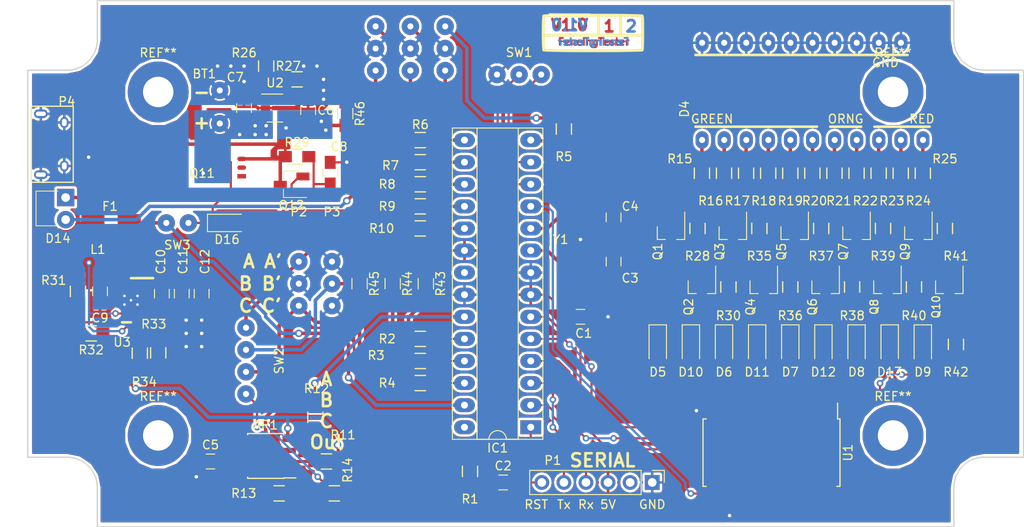
<source format=kicad_pcb>
(kicad_pcb (version 4) (host pcbnew 4.0.5)
  (layers (0 F.Cu signal) (31 B.Cu signal) (34 B.Paste user) (35 F.Paste user) (36 B.SilkS user) (37 F.SilkS user) (38 B.Mask user) (39 F.Mask user) (44 Edge.Cuts user))
  (net 0 "")
  (net 1 +5V)
  (net 2 "Net-(AR1-Pad2)")
  (net 3 "Net-(AR1-Pad3)")
  (net 4 GND)
  (net 5 /Rsense)
  (net 6 "Net-(D1-Pad1)")
  (net 7 "Net-(D2-Pad1)")
  (net 8 "Net-(D3-Pad1)")
  (net 9 "Net-(D5-Pad1)")
  (net 10 "Net-(D10-Pad1)")
  (net 11 "Net-(D10-Pad2)")
  (net 12 "Net-(D11-Pad1)")
  (net 13 "Net-(D11-Pad2)")
  (net 14 "Net-(D12-Pad1)")
  (net 15 "Net-(D12-Pad2)")
  (net 16 "Net-(D13-Pad1)")
  (net 17 "Net-(D13-Pad2)")
  (net 18 "Net-(D9-Pad2)")
  (net 19 "Net-(D14-Pad1)")
  (net 20 "Net-(D16-Pad1)")
  (net 21 "Net-(D16-Pad2)")
  (net 22 /RST)
  (net 23 "Net-(IC1-Pad15)")
  (net 24 /RX)
  (net 25 "Net-(IC1-Pad16)")
  (net 26 /TX)
  (net 27 "Net-(IC1-Pad17)")
  (net 28 "Net-(IC1-Pad18)")
  (net 29 "Net-(IC1-Pad19)")
  (net 30 "Net-(C3-Pad1)")
  (net 31 "Net-(C4-Pad1)")
  (net 32 "Net-(IC1-Pad24)")
  (net 33 "Net-(IC1-Pad25)")
  (net 34 "Net-(IC1-Pad12)")
  (net 35 "Net-(IC1-Pad26)")
  (net 36 "Net-(IC1-Pad13)")
  (net 37 "/power rail/BSense")
  (net 38 "Net-(IC1-Pad14)")
  (net 39 "Net-(L1-Pad2)")
  (net 40 "Net-(C9-Pad2)")
  (net 41 "Net-(C2-Pad1)")
  (net 42 /CAA')
  (net 43 /CBB')
  (net 44 /CCC')
  (net 45 "Net-(C6-Pad2)")
  (net 46 "Net-(D3-Pad3)")
  (net 47 "Net-(D2-Pad3)")
  (net 48 "Net-(D1-Pad3)")
  (net 49 "Net-(R26-Pad1)")
  (net 50 "Net-(R27-Pad1)")
  (net 51 "Net-(C8-Pad2)")
  (net 52 "Net-(R31-Pad2)")
  (net 53 "Net-(R33-Pad2)")
  (net 54 "Net-(BT1-Pad1)")
  (net 55 "Net-(C10-Pad1)")
  (net 56 "Net-(D4-Pad2)")
  (net 57 "Net-(D4-Pad4)")
  (net 58 "Net-(D4-Pad6)")
  (net 59 "Net-(D4-Pad8)")
  (net 60 "Net-(D4-Pad10)")
  (net 61 "Net-(D4-Pad12)")
  (net 62 "Net-(D4-Pad13)")
  (net 63 "Net-(D4-Pad14)")
  (net 64 "Net-(D4-Pad15)")
  (net 65 "Net-(D4-Pad17)")
  (net 66 "Net-(D4-Pad19)")
  (net 67 /bargraph_driver/S1)
  (net 68 /bargraph_driver/S2)
  (net 69 /bargraph_driver/S3)
  (net 70 /bargraph_driver/S0)
  (net 71 /bargraph_driver/L1)
  (net 72 /bargraph_driver/L2)
  (net 73 /bargraph_driver/L3)
  (net 74 /bargraph_driver/L4)
  (net 75 /bargraph_driver/L5)
  (net 76 /bargraph_driver/L6)
  (net 77 /bargraph_driver/L7)
  (net 78 /bargraph_driver/L8)
  (net 79 /bargraph_driver/L9)
  (net 80 /bargraph_driver/L10)
  (net 81 "Net-(Q1-Pad1)")
  (net 82 "Net-(Q2-Pad1)")
  (net 83 "Net-(Q3-Pad1)")
  (net 84 "Net-(Q4-Pad1)")
  (net 85 "Net-(Q5-Pad1)")
  (net 86 "Net-(Q6-Pad1)")
  (net 87 "Net-(Q7-Pad1)")
  (net 88 "Net-(Q8-Pad1)")
  (net 89 "Net-(Q9-Pad1)")
  (net 90 "Net-(Q10-Pad1)")
  (net 91 GNDA)
  (net 92 "Net-(R13-Pad2)")
  (module Mounting_Holes:MountingHole_3.5mm_Pad (layer F.Cu) (at 115 27.5)
    (fp_text reference REF** (at 0 -4.5) (layer F.SilkS))
    (fp_text value MountingHole_3.5mm_Pad)
    (pad 1 thru_hole circle (at 0 0) (size 7 7) (drill 3.5) (layers *.Cu *.Mask))
  )
  (module Mounting_Holes:MountingHole_3.5mm_Pad (layer F.Cu) (at 199.5 27.5)
    (fp_text reference REF** (at 0 -4.5) (layer F.SilkS))
    (fp_text value MountingHole_3.5mm_Pad)
    (pad 1 thru_hole circle (at 0 0) (size 7 7) (drill 3.5) (layers *.Cu *.Mask))
  )
  (module Mounting_Holes:MountingHole_3.5mm_Pad (layer F.Cu) (at 199.5 67)
    (fp_text reference REF** (at 0 -4.5) (layer F.SilkS))
    (fp_text value MountingHole_3.5mm_Pad)
    (pad 1 thru_hole circle (at 0 0) (size 7 7) (drill 3.5) (layers *.Cu *.Mask))
  )
  (module Housings_DIP:DIP-28_W7.62mm_Socket_LongPads (layer F.Cu) (at 157.84 66.055 180)
    (fp_text reference IC1 (at 3.81 -2.39 180) (layer F.SilkS))
    (fp_text value ATMEGA328P-P)
    (pad 1 thru_hole rect (at 0 0 180) (size 2.4 1.6) (drill 0.8) (layers *.Cu *.Mask) (net 22 /RST))
    (pad 15 thru_hole oval (at 7.62 33.02 180) (size 2.4 1.6) (drill 0.8) (layers *.Cu *.Mask) (net 23 "Net-(IC1-Pad15)"))
    (pad 2 thru_hole oval (at 0 2.54 180) (size 2.4 1.6) (drill 0.8) (layers *.Cu *.Mask) (net 24 /RX))
    (pad 16 thru_hole oval (at 7.62 30.48 180) (size 2.4 1.6) (drill 0.8) (layers *.Cu *.Mask) (net 25 "Net-(IC1-Pad16)"))
    (pad 3 thru_hole oval (at 0 5.08 180) (size 2.4 1.6) (drill 0.8) (layers *.Cu *.Mask) (net 26 /TX))
    (pad 17 thru_hole oval (at 7.62 27.94 180) (size 2.4 1.6) (drill 0.8) (layers *.Cu *.Mask) (net 27 "Net-(IC1-Pad17)"))
    (pad 4 thru_hole oval (at 0 7.62 180) (size 2.4 1.6) (drill 0.8) (layers *.Cu *.Mask) (net 70 /bargraph_driver/S0))
    (pad 18 thru_hole oval (at 7.62 25.4 180) (size 2.4 1.6) (drill 0.8) (layers *.Cu *.Mask) (net 28 "Net-(IC1-Pad18)"))
    (pad 5 thru_hole oval (at 0 10.16 180) (size 2.4 1.6) (drill 0.8) (layers *.Cu *.Mask) (net 67 /bargraph_driver/S1))
    (pad 19 thru_hole oval (at 7.62 22.86 180) (size 2.4 1.6) (drill 0.8) (layers *.Cu *.Mask) (net 29 "Net-(IC1-Pad19)"))
    (pad 6 thru_hole oval (at 0 12.7 180) (size 2.4 1.6) (drill 0.8) (layers *.Cu *.Mask) (net 68 /bargraph_driver/S2))
    (pad 20 thru_hole oval (at 7.62 20.32 180) (size 2.4 1.6) (drill 0.8) (layers *.Cu *.Mask) (net 1 +5V))
    (pad 7 thru_hole oval (at 0 15.24 180) (size 2.4 1.6) (drill 0.8) (layers *.Cu *.Mask) (net 1 +5V))
    (pad 21 thru_hole oval (at 7.62 17.78 180) (size 2.4 1.6) (drill 0.8) (layers *.Cu *.Mask))
    (pad 8 thru_hole oval (at 0 17.78 180) (size 2.4 1.6) (drill 0.8) (layers *.Cu *.Mask) (net 4 GND))
    (pad 22 thru_hole oval (at 7.62 15.24 180) (size 2.4 1.6) (drill 0.8) (layers *.Cu *.Mask) (net 4 GND))
    (pad 9 thru_hole oval (at 0 20.32 180) (size 2.4 1.6) (drill 0.8) (layers *.Cu *.Mask) (net 30 "Net-(C3-Pad1)"))
    (pad 23 thru_hole oval (at 7.62 12.7 180) (size 2.4 1.6) (drill 0.8) (layers *.Cu *.Mask) (net 5 /Rsense))
    (pad 10 thru_hole oval (at 0 22.86 180) (size 2.4 1.6) (drill 0.8) (layers *.Cu *.Mask) (net 31 "Net-(C4-Pad1)"))
    (pad 24 thru_hole oval (at 7.62 10.16 180) (size 2.4 1.6) (drill 0.8) (layers *.Cu *.Mask) (net 32 "Net-(IC1-Pad24)"))
    (pad 11 thru_hole oval (at 0 25.4 180) (size 2.4 1.6) (drill 0.8) (layers *.Cu *.Mask) (net 69 /bargraph_driver/S3))
    (pad 25 thru_hole oval (at 7.62 7.62 180) (size 2.4 1.6) (drill 0.8) (layers *.Cu *.Mask) (net 33 "Net-(IC1-Pad25)"))
    (pad 12 thru_hole oval (at 0 27.94 180) (size 2.4 1.6) (drill 0.8) (layers *.Cu *.Mask) (net 34 "Net-(IC1-Pad12)"))
    (pad 26 thru_hole oval (at 7.62 5.08 180) (size 2.4 1.6) (drill 0.8) (layers *.Cu *.Mask) (net 35 "Net-(IC1-Pad26)"))
    (pad 13 thru_hole oval (at 0 30.48 180) (size 2.4 1.6) (drill 0.8) (layers *.Cu *.Mask) (net 36 "Net-(IC1-Pad13)"))
    (pad 27 thru_hole oval (at 7.62 2.54 180) (size 2.4 1.6) (drill 0.8) (layers *.Cu *.Mask) (net 37 "/power rail/BSense"))
    (pad 14 thru_hole oval (at 0 33.02 180) (size 2.4 1.6) (drill 0.8) (layers *.Cu *.Mask) (net 38 "Net-(IC1-Pad14)"))
    (pad 28 thru_hole oval (at 7.62 0 180) (size 2.4 1.6) (drill 0.8) (layers *.Cu *.Mask))
  )
  (module Housings_SOIC:SOIC-24W_7.5x15.4mm_Pitch1.27mm (layer F.Cu) (at 185.526 68.976 270)
    (fp_text reference U1 (at 0 -8.8 270) (layer F.SilkS))
    (fp_text value CD74HC4067)
    (pad 1 smd rect (at -4.7 -6.985 270) (size 2 0.6) (layers F.Cu F.Paste F.Mask) (net 1 +5V))
    (pad 2 smd rect (at -4.7 -5.715 270) (size 2 0.6) (layers F.Cu F.Paste F.Mask) (net 16 "Net-(D13-Pad1)"))
    (pad 3 smd rect (at -4.7 -4.445 270) (size 2 0.6) (layers F.Cu F.Paste F.Mask) (net 15 "Net-(D12-Pad2)"))
    (pad 4 smd rect (at -4.7 -3.175 270) (size 2 0.6) (layers F.Cu F.Paste F.Mask) (net 14 "Net-(D12-Pad1)"))
    (pad 5 smd rect (at -4.7 -1.905 270) (size 2 0.6) (layers F.Cu F.Paste F.Mask) (net 13 "Net-(D11-Pad2)"))
    (pad 6 smd rect (at -4.7 -0.635 270) (size 2 0.6) (layers F.Cu F.Paste F.Mask) (net 12 "Net-(D11-Pad1)"))
    (pad 7 smd rect (at -4.7 0.635 270) (size 2 0.6) (layers F.Cu F.Paste F.Mask) (net 11 "Net-(D10-Pad2)"))
    (pad 8 smd rect (at -4.7 1.905 270) (size 2 0.6) (layers F.Cu F.Paste F.Mask) (net 10 "Net-(D10-Pad1)"))
    (pad 9 smd rect (at -4.7 3.175 270) (size 2 0.6) (layers F.Cu F.Paste F.Mask) (net 9 "Net-(D5-Pad1)"))
    (pad 10 smd rect (at -4.7 4.445 270) (size 2 0.6) (layers F.Cu F.Paste F.Mask) (net 70 /bargraph_driver/S0))
    (pad 11 smd rect (at -4.7 5.715 270) (size 2 0.6) (layers F.Cu F.Paste F.Mask) (net 67 /bargraph_driver/S1))
    (pad 12 smd rect (at -4.7 6.985 270) (size 2 0.6) (layers F.Cu F.Paste F.Mask) (net 4 GND))
    (pad 13 smd rect (at 4.7 6.985 270) (size 2 0.6) (layers F.Cu F.Paste F.Mask) (net 69 /bargraph_driver/S3))
    (pad 14 smd rect (at 4.7 5.715 270) (size 2 0.6) (layers F.Cu F.Paste F.Mask) (net 68 /bargraph_driver/S2))
    (pad 15 smd rect (at 4.7 4.445 270) (size 2 0.6) (layers F.Cu F.Paste F.Mask) (net 4 GND))
    (pad 16 smd rect (at 4.7 3.175 270) (size 2 0.6) (layers F.Cu F.Paste F.Mask))
    (pad 17 smd rect (at 4.7 1.905 270) (size 2 0.6) (layers F.Cu F.Paste F.Mask))
    (pad 18 smd rect (at 4.7 0.635 270) (size 2 0.6) (layers F.Cu F.Paste F.Mask))
    (pad 19 smd rect (at 4.7 -0.635 270) (size 2 0.6) (layers F.Cu F.Paste F.Mask))
    (pad 20 smd rect (at 4.7 -1.905 270) (size 2 0.6) (layers F.Cu F.Paste F.Mask))
    (pad 21 smd rect (at 4.7 -3.175 270) (size 2 0.6) (layers F.Cu F.Paste F.Mask))
    (pad 22 smd rect (at 4.7 -4.445 270) (size 2 0.6) (layers F.Cu F.Paste F.Mask) (net 18 "Net-(D9-Pad2)"))
    (pad 23 smd rect (at 4.7 -5.715 270) (size 2 0.6) (layers F.Cu F.Paste F.Mask) (net 17 "Net-(D13-Pad2)"))
    (pad 24 smd rect (at 4.7 -6.985 270) (size 2 0.6) (layers F.Cu F.Paste F.Mask) (net 1 +5V))
  )
  (module Capacitors_SMD:C_0805_HandSoldering (layer F.Cu) (at 167.365 41.925 270)
    (fp_text reference C4 (at -1.27 -1.905 360) (layer F.SilkS))
    (fp_text value "22 pF")
    (pad 1 smd rect (at -1.25 0 270) (size 1.5 1.25) (layers F.Cu F.Paste F.Mask) (net 31 "Net-(C4-Pad1)"))
    (pad 2 smd rect (at 1.25 0 270) (size 1.5 1.25) (layers F.Cu F.Paste F.Mask) (net 4 GND))
  )
  (module Housings_SOIC:SOIC-8_3.9x4.9mm_Pitch1.27mm (layer F.Cu) (at 127.36 69.357 180)
    (fp_text reference AR1 (at 0 3.556 180) (layer F.SilkS))
    (fp_text value MAX4238)
    (pad 1 smd rect (at -2.7 -1.905 180) (size 1.55 0.6) (layers F.Cu F.Paste F.Mask) (net 1 +5V))
    (pad 2 smd rect (at -2.7 -0.635 180) (size 1.55 0.6) (layers F.Cu F.Paste F.Mask) (net 2 "Net-(AR1-Pad2)"))
    (pad 3 smd rect (at -2.7 0.635 180) (size 1.55 0.6) (layers F.Cu F.Paste F.Mask) (net 3 "Net-(AR1-Pad3)"))
    (pad 4 smd rect (at -2.7 1.905 180) (size 1.55 0.6) (layers F.Cu F.Paste F.Mask) (net 91 GNDA))
    (pad 5 smd rect (at 2.7 1.905 180) (size 1.55 0.6) (layers F.Cu F.Paste F.Mask))
    (pad 6 smd rect (at 2.7 0.635 180) (size 1.55 0.6) (layers F.Cu F.Paste F.Mask) (net 5 /Rsense))
    (pad 7 smd rect (at 2.7 -0.635 180) (size 1.55 0.6) (layers F.Cu F.Paste F.Mask) (net 1 +5V))
    (pad 8 smd rect (at 2.7 -1.905 180) (size 1.55 0.6) (layers F.Cu F.Paste F.Mask))
  )
  (module Diodes_SMD:SOD-123 (layer F.Cu) (at 172.445 56.53 270)
    (fp_text reference D5 (at 3.175 0 360) (layer F.SilkS))
    (fp_text value D_Schottky)
    (pad 1 smd rect (at -1.65 0 270) (size 0.9 1.2) (layers F.Cu F.Paste F.Mask) (net 9 "Net-(D5-Pad1)"))
    (pad 2 smd rect (at 1.65 0 270) (size 0.9 1.2) (layers F.Cu F.Paste F.Mask) (net 10 "Net-(D10-Pad1)"))
  )
  (module Diodes_SMD:SOD-123 (layer F.Cu) (at 180.065 56.53 270)
    (fp_text reference D6 (at 3.175 0 360) (layer F.SilkS))
    (fp_text value D_Schottky)
    (pad 1 smd rect (at -1.65 0 270) (size 0.9 1.2) (layers F.Cu F.Paste F.Mask) (net 11 "Net-(D10-Pad2)"))
    (pad 2 smd rect (at 1.65 0 270) (size 0.9 1.2) (layers F.Cu F.Paste F.Mask) (net 12 "Net-(D11-Pad1)"))
  )
  (module Diodes_SMD:SOD-123 (layer F.Cu) (at 187.685 56.53 270)
    (fp_text reference D7 (at 3.175 0 360) (layer F.SilkS))
    (fp_text value D_Schottky)
    (pad 1 smd rect (at -1.65 0 270) (size 0.9 1.2) (layers F.Cu F.Paste F.Mask) (net 13 "Net-(D11-Pad2)"))
    (pad 2 smd rect (at 1.65 0 270) (size 0.9 1.2) (layers F.Cu F.Paste F.Mask) (net 14 "Net-(D12-Pad1)"))
  )
  (module Diodes_SMD:SOD-123 (layer F.Cu) (at 195.305 56.53 270)
    (fp_text reference D8 (at 3.175 0 360) (layer F.SilkS))
    (fp_text value D_Schottky)
    (pad 1 smd rect (at -1.65 0 270) (size 0.9 1.2) (layers F.Cu F.Paste F.Mask) (net 15 "Net-(D12-Pad2)"))
    (pad 2 smd rect (at 1.65 0 270) (size 0.9 1.2) (layers F.Cu F.Paste F.Mask) (net 16 "Net-(D13-Pad1)"))
  )
  (module Diodes_SMD:SOD-123 (layer F.Cu) (at 202.925 56.53 270)
    (fp_text reference D9 (at 3.175 0 360) (layer F.SilkS))
    (fp_text value D_Schottky)
    (pad 1 smd rect (at -1.65 0 270) (size 0.9 1.2) (layers F.Cu F.Paste F.Mask) (net 17 "Net-(D13-Pad2)"))
    (pad 2 smd rect (at 1.65 0 270) (size 0.9 1.2) (layers F.Cu F.Paste F.Mask) (net 18 "Net-(D9-Pad2)"))
  )
  (module Diodes_SMD:SOD-123 (layer F.Cu) (at 176.255 56.53 270)
    (fp_text reference D10 (at 3.175 0 360) (layer F.SilkS))
    (fp_text value D_Schottky)
    (pad 1 smd rect (at -1.65 0 270) (size 0.9 1.2) (layers F.Cu F.Paste F.Mask) (net 10 "Net-(D10-Pad1)"))
    (pad 2 smd rect (at 1.65 0 270) (size 0.9 1.2) (layers F.Cu F.Paste F.Mask) (net 11 "Net-(D10-Pad2)"))
  )
  (module Diodes_SMD:SOD-123 (layer F.Cu) (at 183.875 56.53 270)
    (fp_text reference D11 (at 3.175 0 360) (layer F.SilkS))
    (fp_text value D_Schottky)
    (pad 1 smd rect (at -1.65 0 270) (size 0.9 1.2) (layers F.Cu F.Paste F.Mask) (net 12 "Net-(D11-Pad1)"))
    (pad 2 smd rect (at 1.65 0 270) (size 0.9 1.2) (layers F.Cu F.Paste F.Mask) (net 13 "Net-(D11-Pad2)"))
  )
  (module Diodes_SMD:SOD-123 (layer F.Cu) (at 191.495 56.53 270)
    (fp_text reference D12 (at 3.175 0 360) (layer F.SilkS))
    (fp_text value D_Schottky)
    (pad 1 smd rect (at -1.65 0 270) (size 0.9 1.2) (layers F.Cu F.Paste F.Mask) (net 14 "Net-(D12-Pad1)"))
    (pad 2 smd rect (at 1.65 0 270) (size 0.9 1.2) (layers F.Cu F.Paste F.Mask) (net 15 "Net-(D12-Pad2)"))
  )
  (module Diodes_SMD:SOD-123 (layer F.Cu) (at 199.115 56.53 270)
    (fp_text reference D13 (at 3.175 0 360) (layer F.SilkS))
    (fp_text value D_Schottky)
    (pad 1 smd rect (at -1.65 0 270) (size 0.9 1.2) (layers F.Cu F.Paste F.Mask) (net 16 "Net-(D13-Pad1)"))
    (pad 2 smd rect (at 1.65 0 270) (size 0.9 1.2) (layers F.Cu F.Paste F.Mask) (net 17 "Net-(D13-Pad2)"))
  )
  (module Diodes_SMD:SOD-123 (layer F.Cu) (at 122.915 42.56)
    (fp_text reference D16 (at 0 1.905) (layer F.SilkS))
    (fp_text value D_Schottky)
    (pad 1 smd rect (at -1.65 0) (size 0.9 1.2) (layers F.Cu F.Paste F.Mask) (net 20 "Net-(D16-Pad1)"))
    (pad 2 smd rect (at 1.65 0) (size 0.9 1.2) (layers F.Cu F.Paste F.Mask) (net 21 "Net-(D16-Pad2)"))
  )
  (module custom-fencingTester:CoilCraft-LPS3015-CMS (layer F.Cu) (at 110.85 46.624)
    (fp_text reference L1 (at -2.794 -1.016 180) (layer F.SilkS))
    (fp_text value 2.2µH)
    (pad 2 smd rect (at 1.34 0) (size 0.9 2.54) (layers F.Cu F.Paste F.Mask) (net 39 "Net-(L1-Pad2)"))
    (pad 1 smd rect (at -1.34 0) (size 0.9 2.54) (layers F.Cu F.Paste F.Mask) (net 40 "Net-(C9-Pad2)"))
    (pad 2 smd rect (at 0.95 1.18) (size 0.88 0.7) (layers F.Cu F.Paste F.Mask) (net 39 "Net-(L1-Pad2)"))
    (pad 2 smd rect (at 0.95 -1.18) (size 0.88 0.7) (layers F.Cu F.Paste F.Mask) (net 39 "Net-(L1-Pad2)"))
    (pad 1 smd rect (at -0.95 1.18) (size 0.88 0.7) (layers F.Cu F.Paste F.Mask) (net 40 "Net-(C9-Pad2)"))
    (pad 1 smd rect (at -0.95 -1.18) (size 0.88 0.7) (layers F.Cu F.Paste F.Mask) (net 40 "Net-(C9-Pad2)"))
    (pad 1 smd rect (at -0.79 -0.76 40.1) (size 0.511 0.25) (layers F.Cu F.Paste F.Mask) (net 40 "Net-(C9-Pad2)"))
    (pad 2 smd rect (at 0.79 0.76 40.1) (size 0.511 0.25) (layers F.Cu F.Paste F.Mask) (net 39 "Net-(L1-Pad2)"))
    (pad 1 smd rect (at -0.79 0.76 319.9) (size 0.511 0.25) (layers F.Cu F.Paste F.Mask) (net 40 "Net-(C9-Pad2)"))
    (pad 2 smd rect (at 0.79 -0.76 319.9) (size 0.511 0.25) (layers F.Cu F.Paste F.Mask) (net 39 "Net-(L1-Pad2)"))
    (pad 2 smd rect (at 1.39 1.27 45) (size 0.36355 0.36355) (layers F.Cu F.Paste F.Mask) (net 39 "Net-(L1-Pad2)"))
    (pad 2 smd rect (at 1.39 -1.27 45) (size 0.36355 0.36355) (layers F.Cu F.Paste F.Mask) (net 39 "Net-(L1-Pad2)"))
    (pad 1 smd rect (at -1.39 -1.27 45) (size 0.36355 0.36355) (layers F.Cu F.Paste F.Mask) (net 40 "Net-(C9-Pad2)"))
    (pad 1 smd rect (at -1.39 1.27 45) (size 0.36355 0.36355) (layers F.Cu F.Paste F.Mask) (net 40 "Net-(C9-Pad2)"))
  )
  (module Pin_Headers:Pin_Header_Straight_1x06_Pitch2.54mm (layer F.Cu) (at 171.81 72.405 270)
    (fp_text reference P1 (at -2.54 11.43 360) (layer F.SilkS))
    (fp_text value SERIAL)
    (pad 1 thru_hole rect (at 0 0 270) (size 1.7 1.7) (drill 1) (layers *.Cu *.Mask) (net 4 GND))
    (pad 2 thru_hole oval (at 0 2.54 270) (size 1.7 1.7) (drill 1) (layers *.Cu *.Mask))
    (pad 3 thru_hole oval (at 0 5.08 270) (size 1.7 1.7) (drill 1) (layers *.Cu *.Mask) (net 1 +5V))
    (pad 4 thru_hole oval (at 0 7.62 270) (size 1.7 1.7) (drill 1) (layers *.Cu *.Mask) (net 24 /RX))
    (pad 5 thru_hole oval (at 0 10.16 270) (size 1.7 1.7) (drill 1) (layers *.Cu *.Mask) (net 26 /TX))
    (pad 6 thru_hole oval (at 0 12.7 270) (size 1.7 1.7) (drill 1) (layers *.Cu *.Mask) (net 41 "Net-(C2-Pad1)"))
  )
  (module Fuse_Holders_and_Fuses:Fuse_SMD1206_HandSoldering (layer F.Cu) (at 109.58 42.56)
    (fp_text reference F1 (at -0.127 -1.905 180) (layer F.SilkS))
    (fp_text value FUSE)
    (pad 1 smd rect (at -2.08534 0 90) (size 2.02946 2.65176) (layers F.Cu F.Paste F.Mask) (net 40 "Net-(C9-Pad2)"))
    (pad 2 smd rect (at 2.08534 0 90) (size 2.02946 2.65176) (layers F.Cu F.Paste F.Mask) (net 37 "/power rail/BSense"))
  )
  (module TO_SOT_Packages_SMD:SOT-23_Handsoldering (layer F.Cu) (at 173.969 43.703 270)
    (fp_text reference Q1 (at 2.159 1.524 270) (layer F.SilkS))
    (fp_text value Q_NPN_BEC)
    (pad 1 smd rect (at -1.5 -0.95 270) (size 1.9 0.8) (layers F.Cu F.Paste F.Mask) (net 81 "Net-(Q1-Pad1)"))
    (pad 2 smd rect (at -1.5 0.95 270) (size 1.9 0.8) (layers F.Cu F.Paste F.Mask) (net 71 /bargraph_driver/L1))
    (pad 3 smd rect (at 1.5 0 270) (size 1.9 0.8) (layers F.Cu F.Paste F.Mask) (net 1 +5V))
  )
  (module TO_SOT_Packages_SMD:SOT-23_Handsoldering (layer F.Cu) (at 177.525 49.926 270)
    (fp_text reference Q2 (at 2.286 1.524 270) (layer F.SilkS))
    (fp_text value Q_NPN_BEC)
    (pad 1 smd rect (at -1.5 -0.95 270) (size 1.9 0.8) (layers F.Cu F.Paste F.Mask) (net 82 "Net-(Q2-Pad1)"))
    (pad 2 smd rect (at -1.5 0.95 270) (size 1.9 0.8) (layers F.Cu F.Paste F.Mask) (net 72 /bargraph_driver/L2))
    (pad 3 smd rect (at 1.5 0 270) (size 1.9 0.8) (layers F.Cu F.Paste F.Mask) (net 1 +5V))
  )
  (module TO_SOT_Packages_SMD:SOT-23_Handsoldering (layer F.Cu) (at 181.081 43.703 270)
    (fp_text reference Q3 (at 2.159 1.524 270) (layer F.SilkS))
    (fp_text value Q_NPN_BEC)
    (pad 1 smd rect (at -1.5 -0.95 270) (size 1.9 0.8) (layers F.Cu F.Paste F.Mask) (net 83 "Net-(Q3-Pad1)"))
    (pad 2 smd rect (at -1.5 0.95 270) (size 1.9 0.8) (layers F.Cu F.Paste F.Mask) (net 73 /bargraph_driver/L3))
    (pad 3 smd rect (at 1.5 0 270) (size 1.9 0.8) (layers F.Cu F.Paste F.Mask) (net 1 +5V))
  )
  (module TO_SOT_Packages_SMD:SOT-23_Handsoldering (layer F.Cu) (at 184.637 49.926 270)
    (fp_text reference Q4 (at 2.286 1.524 270) (layer F.SilkS))
    (fp_text value Q_NPN_BEC)
    (pad 1 smd rect (at -1.5 -0.95 270) (size 1.9 0.8) (layers F.Cu F.Paste F.Mask) (net 84 "Net-(Q4-Pad1)"))
    (pad 2 smd rect (at -1.5 0.95 270) (size 1.9 0.8) (layers F.Cu F.Paste F.Mask) (net 74 /bargraph_driver/L4))
    (pad 3 smd rect (at 1.5 0 270) (size 1.9 0.8) (layers F.Cu F.Paste F.Mask) (net 1 +5V))
  )
  (module TO_SOT_Packages_SMD:SOT-23_Handsoldering (layer F.Cu) (at 188.193 43.703 270)
    (fp_text reference Q5 (at 2.159 1.524 270) (layer F.SilkS))
    (fp_text value Q_NPN_BEC)
    (pad 1 smd rect (at -1.5 -0.95 270) (size 1.9 0.8) (layers F.Cu F.Paste F.Mask) (net 85 "Net-(Q5-Pad1)"))
    (pad 2 smd rect (at -1.5 0.95 270) (size 1.9 0.8) (layers F.Cu F.Paste F.Mask) (net 75 /bargraph_driver/L5) (clearance 0.25))
    (pad 3 smd rect (at 1.5 0 270) (size 1.9 0.8) (layers F.Cu F.Paste F.Mask) (net 1 +5V))
  )
  (module TO_SOT_Packages_SMD:SOT-23_Handsoldering (layer F.Cu) (at 191.749 49.926 270)
    (fp_text reference Q6 (at 2.286 1.524 270) (layer F.SilkS))
    (fp_text value Q_NPN_BEC)
    (pad 1 smd rect (at -1.5 -0.95 270) (size 1.9 0.8) (layers F.Cu F.Paste F.Mask) (net 86 "Net-(Q6-Pad1)"))
    (pad 2 smd rect (at -1.5 0.95 270) (size 1.9 0.8) (layers F.Cu F.Paste F.Mask) (net 76 /bargraph_driver/L6))
    (pad 3 smd rect (at 1.5 0 270) (size 1.9 0.8) (layers F.Cu F.Paste F.Mask) (net 1 +5V))
  )
  (module TO_SOT_Packages_SMD:SOT-23_Handsoldering (layer F.Cu) (at 195.305 43.703 270)
    (fp_text reference Q7 (at 2.159 1.524 270) (layer F.SilkS))
    (fp_text value Q_NPN_BEC)
    (pad 1 smd rect (at -1.5 -0.95 270) (size 1.9 0.8) (layers F.Cu F.Paste F.Mask) (net 87 "Net-(Q7-Pad1)"))
    (pad 2 smd rect (at -1.5 0.95 270) (size 1.9 0.8) (layers F.Cu F.Paste F.Mask) (net 77 /bargraph_driver/L7))
    (pad 3 smd rect (at 1.5 0 270) (size 1.9 0.8) (layers F.Cu F.Paste F.Mask) (net 1 +5V))
  )
  (module TO_SOT_Packages_SMD:SOT-23_Handsoldering (layer F.Cu) (at 198.861 49.926 270)
    (fp_text reference Q8 (at 2.286 1.524 270) (layer F.SilkS) (effects (font (size 0.9 0.9))))
    (fp_text value Q_NPN_BEC)
    (pad 1 smd rect (at -1.5 -0.95 270) (size 1.9 0.8) (layers F.Cu F.Paste F.Mask) (net 88 "Net-(Q8-Pad1)"))
    (pad 2 smd rect (at -1.5 0.95 270) (size 1.9 0.8) (layers F.Cu F.Paste F.Mask) (net 78 /bargraph_driver/L8))
    (pad 3 smd rect (at 1.5 0 270) (size 1.9 0.8) (layers F.Cu F.Paste F.Mask) (net 1 +5V))
  )
  (module TO_SOT_Packages_SMD:SOT-23_Handsoldering (layer F.Cu) (at 202.417 43.703 270)
    (fp_text reference Q9 (at 2.159 1.524 270) (layer F.SilkS))
    (fp_text value Q_NPN_BEC)
    (pad 1 smd rect (at -1.5 -0.95 270) (size 1.9 0.8) (layers F.Cu F.Paste F.Mask) (net 89 "Net-(Q9-Pad1)"))
    (pad 2 smd rect (at -1.5 0.95 270) (size 1.9 0.8) (layers F.Cu F.Paste F.Mask) (net 79 /bargraph_driver/L9))
    (pad 3 smd rect (at 1.5 0 270) (size 1.9 0.8) (layers F.Cu F.Paste F.Mask) (net 1 +5V))
  )
  (module TO_SOT_Packages_SMD:SOT-23_Handsoldering (layer F.Cu) (at 205.973 49.926 270)
    (fp_text reference Q10 (at 2.286 1.524 270) (layer F.SilkS) (effects (font (size 0.9 0.9))))
    (fp_text value Q_NPN_BEC)
    (pad 1 smd rect (at -1.5 -0.95 270) (size 1.9 0.8) (layers F.Cu F.Paste F.Mask) (net 90 "Net-(Q10-Pad1)"))
    (pad 2 smd rect (at -1.5 0.95 270) (size 1.9 0.8) (layers F.Cu F.Paste F.Mask) (net 80 /bargraph_driver/L10))
    (pad 3 smd rect (at 1.5 0 270) (size 1.9 0.8) (layers F.Cu F.Paste F.Mask) (net 1 +5V))
  )
  (module Capacitors_SMD:C_0805_HandSoldering (layer F.Cu) (at 163.555 53.355)
    (fp_text reference C1 (at 0.381 1.905 180) (layer F.SilkS))
    (fp_text value 100nF)
    (pad 1 smd rect (at -1.25 0) (size 1.5 1.25) (layers F.Cu F.Paste F.Mask) (net 1 +5V))
    (pad 2 smd rect (at 1.25 0) (size 1.5 1.25) (layers F.Cu F.Paste F.Mask) (net 4 GND))
  )
  (module Capacitors_SMD:C_0805_HandSoldering (layer F.Cu) (at 154.665 72.405 180)
    (fp_text reference C2 (at 0 1.905 180) (layer F.SilkS))
    (fp_text value 100nF)
    (pad 1 smd rect (at -1.25 0 180) (size 1.5 1.25) (layers F.Cu F.Paste F.Mask) (net 41 "Net-(C2-Pad1)"))
    (pad 2 smd rect (at 1.25 0 180) (size 1.5 1.25) (layers F.Cu F.Paste F.Mask) (net 22 /RST))
  )
  (module Capacitors_SMD:C_0805_HandSoldering (layer F.Cu) (at 167.365 47.005 90)
    (fp_text reference C3 (at -1.905 1.905 180) (layer F.SilkS))
    (fp_text value "22 pF")
    (pad 1 smd rect (at -1.25 0 90) (size 1.5 1.25) (layers F.Cu F.Paste F.Mask) (net 30 "Net-(C3-Pad1)"))
    (pad 2 smd rect (at 1.25 0 90) (size 1.5 1.25) (layers F.Cu F.Paste F.Mask) (net 4 GND))
  )
  (module Capacitors_SMD:C_0805_HandSoldering (layer F.Cu) (at 121.01 69.992)
    (fp_text reference C5 (at 0 -1.905) (layer F.SilkS))
    (fp_text value 100nF)
    (pad 1 smd rect (at -1.25 0) (size 1.5 1.25) (layers F.Cu F.Paste F.Mask) (net 4 GND))
    (pad 2 smd rect (at 1.25 0) (size 1.5 1.25) (layers F.Cu F.Paste F.Mask) (net 1 +5V))
  )
  (module Capacitors_SMD:C_0805_HandSoldering (layer F.Cu) (at 132.24 29.606 270)
    (fp_text reference C6 (at 0 -2.032 360) (layer F.SilkS))
    (fp_text value 4.7µF)
    (pad 1 smd rect (at -1.25 0 270) (size 1.5 1.25) (layers F.Cu F.Paste F.Mask) (net 4 GND))
    (pad 2 smd rect (at 1.25 0 270) (size 1.5 1.25) (layers F.Cu F.Paste F.Mask) (net 45 "Net-(C6-Pad2)"))
  )
  (module Capacitors_SMD:C_0805_HandSoldering (layer F.Cu) (at 124.874 29.352 90)
    (fp_text reference C7 (at 3.556 -1.016 180) (layer F.SilkS))
    (fp_text value 4.7µF)
    (pad 1 smd rect (at -1.25 0 90) (size 1.5 1.25) (layers F.Cu F.Paste F.Mask) (net 54 "Net-(BT1-Pad1)"))
    (pad 2 smd rect (at 1.25 0 90) (size 1.5 1.25) (layers F.Cu F.Paste F.Mask) (net 4 GND))
  )
  (module Capacitors_SMD:C_0805_HandSoldering (layer F.Cu) (at 134.78 36.845 270)
    (fp_text reference C8 (at -3.048 -1.016 360) (layer F.SilkS))
    (fp_text value 10µF)
    (pad 1 smd rect (at -1.25 0 270) (size 1.5 1.25) (layers F.Cu F.Paste F.Mask) (net 4 GND))
    (pad 2 smd rect (at 1.25 0 270) (size 1.5 1.25) (layers F.Cu F.Paste F.Mask) (net 51 "Net-(C8-Pad2)"))
  )
  (module Capacitors_SMD:C_0805_HandSoldering (layer F.Cu) (at 108.31 50.434 90)
    (fp_text reference C9 (at -3.048 0 180) (layer F.SilkS))
    (fp_text value 10µF)
    (pad 1 smd rect (at -1.25 0 90) (size 1.5 1.25) (layers F.Cu F.Paste F.Mask) (net 4 GND))
    (pad 2 smd rect (at 1.25 0 90) (size 1.5 1.25) (layers F.Cu F.Paste F.Mask) (net 40 "Net-(C9-Pad2)"))
  )
  (module Capacitors_SMD:C_0805_HandSoldering (layer F.Cu) (at 115.422 50.688 270)
    (fp_text reference C10 (at -3.683 0.127 270) (layer F.SilkS))
    (fp_text value 100nF)
    (pad 1 smd rect (at -1.25 0 270) (size 1.5 1.25) (layers F.Cu F.Paste F.Mask) (net 55 "Net-(C10-Pad1)"))
    (pad 2 smd rect (at 1.25 0 270) (size 1.5 1.25) (layers F.Cu F.Paste F.Mask) (net 4 GND) (thermal_gap 0.2))
  )
  (module Capacitors_SMD:C_0805_HandSoldering (layer F.Cu) (at 117.708 50.688 270)
    (fp_text reference C11 (at -3.683 -0.127 270) (layer F.SilkS))
    (fp_text value 10µF)
    (pad 1 smd rect (at -1.25 0 270) (size 1.5 1.25) (layers F.Cu F.Paste F.Mask) (net 1 +5V))
    (pad 2 smd rect (at 1.25 0 270) (size 1.5 1.25) (layers F.Cu F.Paste F.Mask) (net 4 GND))
  )
  (module Capacitors_SMD:C_0805_HandSoldering (layer F.Cu) (at 119.994 50.688 270)
    (fp_text reference C12 (at -3.683 -0.381 270) (layer F.SilkS))
    (fp_text value 10µF)
    (pad 1 smd rect (at -1.25 0 270) (size 1.5 1.25) (layers F.Cu F.Paste F.Mask) (net 1 +5V))
    (pad 2 smd rect (at 1.25 0 270) (size 1.5 1.25) (layers F.Cu F.Paste F.Mask) (net 4 GND))
  )
  (module Resistors_SMD:R_0805_HandSoldering (layer F.Cu) (at 150.855 71.135 270)
    (fp_text reference R1 (at 3.175 0 360) (layer F.SilkS))
    (fp_text value 10k)
    (pad 1 smd rect (at -1.35 0 270) (size 1.5 1.3) (layers F.Cu F.Paste F.Mask) (net 1 +5V))
    (pad 2 smd rect (at 1.35 0 270) (size 1.5 1.3) (layers F.Cu F.Paste F.Mask) (net 22 /RST))
  )
  (module Resistors_SMD:R_0805_HandSoldering (layer F.Cu) (at 145.14 55.895)
    (fp_text reference R2 (at -3.81 0) (layer F.SilkS))
    (fp_text value 10k)
    (pad 1 smd rect (at -1.35 0) (size 1.5 1.3) (layers F.Cu F.Paste F.Mask) (net 42 /CAA'))
    (pad 2 smd rect (at 1.35 0) (size 1.5 1.3) (layers F.Cu F.Paste F.Mask) (net 32 "Net-(IC1-Pad24)"))
  )
  (module Resistors_SMD:R_0805_HandSoldering (layer F.Cu) (at 145.14 58.435)
    (fp_text reference R3 (at -5.08 -0.635) (layer F.SilkS))
    (fp_text value 10k)
    (pad 1 smd rect (at -1.35 0) (size 1.5 1.3) (layers F.Cu F.Paste F.Mask) (net 43 /CBB'))
    (pad 2 smd rect (at 1.35 0) (size 1.5 1.3) (layers F.Cu F.Paste F.Mask) (net 33 "Net-(IC1-Pad25)"))
  )
  (module Resistors_SMD:R_0805_HandSoldering (layer F.Cu) (at 145.14 60.975)
    (fp_text reference R4 (at -3.81 0) (layer F.SilkS))
    (fp_text value 10k)
    (pad 1 smd rect (at -1.35 0) (size 1.5 1.3) (layers F.Cu F.Paste F.Mask) (net 44 /CCC'))
    (pad 2 smd rect (at 1.35 0) (size 1.5 1.3) (layers F.Cu F.Paste F.Mask) (net 35 "Net-(IC1-Pad26)"))
  )
  (module Resistors_SMD:R_0805_HandSoldering (layer F.Cu) (at 161.65 31.765 270)
    (fp_text reference R5 (at 3.175 0 360) (layer F.SilkS))
    (fp_text value 330)
    (pad 1 smd rect (at -1.35 0 270) (size 1.5 1.3) (layers F.Cu F.Paste F.Mask) (net 48 "Net-(D1-Pad3)"))
    (pad 2 smd rect (at 1.35 0 270) (size 1.5 1.3) (layers F.Cu F.Paste F.Mask) (net 38 "Net-(IC1-Pad14)"))
  )
  (module Resistors_SMD:R_0805_HandSoldering (layer F.Cu) (at 145.14 33.035)
    (fp_text reference R6 (at 0 -1.778) (layer F.SilkS))
    (fp_text value 330)
    (pad 1 smd rect (at -1.35 0) (size 1.5 1.3) (layers F.Cu F.Paste F.Mask) (net 6 "Net-(D1-Pad1)"))
    (pad 2 smd rect (at 1.35 0) (size 1.5 1.3) (layers F.Cu F.Paste F.Mask) (net 23 "Net-(IC1-Pad15)"))
  )
  (module Resistors_SMD:R_0805_HandSoldering (layer F.Cu) (at 145.14 35.575)
    (fp_text reference R7 (at -3.429 0.381) (layer F.SilkS))
    (fp_text value 330)
    (pad 1 smd rect (at -1.35 0) (size 1.5 1.3) (layers F.Cu F.Paste F.Mask) (net 47 "Net-(D2-Pad3)"))
    (pad 2 smd rect (at 1.35 0) (size 1.5 1.3) (layers F.Cu F.Paste F.Mask) (net 25 "Net-(IC1-Pad16)"))
  )
  (module Resistors_SMD:R_0805_HandSoldering (layer F.Cu) (at 145.14 38.115)
    (fp_text reference R8 (at -3.81 0) (layer F.SilkS))
    (fp_text value 330)
    (pad 1 smd rect (at -1.35 0) (size 1.5 1.3) (layers F.Cu F.Paste F.Mask) (net 7 "Net-(D2-Pad1)"))
    (pad 2 smd rect (at 1.35 0) (size 1.5 1.3) (layers F.Cu F.Paste F.Mask) (net 27 "Net-(IC1-Pad17)"))
  )
  (module Resistors_SMD:R_0805_HandSoldering (layer F.Cu) (at 145.14 40.655)
    (fp_text reference R9 (at -3.81 0) (layer F.SilkS))
    (fp_text value 330)
    (pad 1 smd rect (at -1.35 0) (size 1.5 1.3) (layers F.Cu F.Paste F.Mask) (net 46 "Net-(D3-Pad3)"))
    (pad 2 smd rect (at 1.35 0) (size 1.5 1.3) (layers F.Cu F.Paste F.Mask) (net 28 "Net-(IC1-Pad18)"))
  )
  (module Resistors_SMD:R_0805_HandSoldering (layer F.Cu) (at 145.14 43.195)
    (fp_text reference R10 (at -4.445 0) (layer F.SilkS))
    (fp_text value 330)
    (pad 1 smd rect (at -1.35 0) (size 1.5 1.3) (layers F.Cu F.Paste F.Mask) (net 8 "Net-(D3-Pad1)"))
    (pad 2 smd rect (at 1.35 0) (size 1.5 1.3) (layers F.Cu F.Paste F.Mask) (net 29 "Net-(IC1-Pad19)"))
  )
  (module Resistors_SMD:R_0805_HandSoldering (layer F.Cu) (at 134.345 69.992 180)
    (fp_text reference R11 (at -1.905 3.048 180) (layer F.SilkS))
    (fp_text value 1k)
    (pad 1 smd rect (at -1.35 0 180) (size 1.5 1.3) (layers F.Cu F.Paste F.Mask) (net 91 GNDA))
    (pad 2 smd rect (at 1.35 0 180) (size 1.5 1.3) (layers F.Cu F.Paste F.Mask) (net 2 "Net-(AR1-Pad2)"))
  )
  (module Resistors_SMD:R_0805_HandSoldering (layer F.Cu) (at 133.075 64.912 90)
    (fp_text reference R12 (at 3.302 0.127 180) (layer F.SilkS))
    (fp_text value 61k9)
    (pad 1 smd rect (at -1.35 0 90) (size 1.5 1.3) (layers F.Cu F.Paste F.Mask) (net 2 "Net-(AR1-Pad2)"))
    (pad 2 smd rect (at 1.35 0 90) (size 1.5 1.3) (layers F.Cu F.Paste F.Mask) (net 5 /Rsense))
  )
  (module Resistors_SMD:R_0805_HandSoldering (layer F.Cu) (at 128.905 73.66)
    (fp_text reference R13 (at -4.064 0) (layer F.SilkS))
    (fp_text value 61k9)
    (pad 1 smd rect (at -1.35 0) (size 1.5 1.3) (layers F.Cu F.Paste F.Mask) (net 3 "Net-(AR1-Pad3)"))
    (pad 2 smd rect (at 1.35 0) (size 1.5 1.3) (layers F.Cu F.Paste F.Mask) (net 92 "Net-(R13-Pad2)"))
  )
  (module Resistors_SMD:R_0805_HandSoldering (layer F.Cu) (at 135.255 73.66 180)
    (fp_text reference R14 (at -1.524 2.667 270) (layer F.SilkS))
    (fp_text value 300)
    (pad 1 smd rect (at -1.35 0 180) (size 1.5 1.3) (layers F.Cu F.Paste F.Mask) (net 1 +5V))
    (pad 2 smd rect (at 1.35 0 180) (size 1.5 1.3) (layers F.Cu F.Paste F.Mask) (net 92 "Net-(R13-Pad2)"))
  )
  (module Resistors_SMD:R_0805_HandSoldering (layer F.Cu) (at 177.525 36.845 270)
    (fp_text reference R15 (at -1.651 2.54 360) (layer F.SilkS))
    (fp_text value 330)
    (pad 1 smd rect (at -1.35 0 270) (size 1.5 1.3) (layers F.Cu F.Paste F.Mask) (net 56 "Net-(D4-Pad2)"))
    (pad 2 smd rect (at 1.35 0 270) (size 1.5 1.3) (layers F.Cu F.Paste F.Mask) (net 71 /bargraph_driver/L1))
  )
  (module Resistors_SMD:R_0805_HandSoldering (layer F.Cu) (at 180.065 36.845 270)
    (fp_text reference R16 (at 3.175 1.524 360) (layer F.SilkS))
    (fp_text value 330)
    (pad 1 smd rect (at -1.35 0 270) (size 1.5 1.3) (layers F.Cu F.Paste F.Mask) (net 57 "Net-(D4-Pad4)"))
    (pad 2 smd rect (at 1.35 0 270) (size 1.5 1.3) (layers F.Cu F.Paste F.Mask) (net 72 /bargraph_driver/L2))
  )
  (module Resistors_SMD:R_0805_HandSoldering (layer F.Cu) (at 182.605 36.845 270)
    (fp_text reference R17 (at 3.175 1.016 360) (layer F.SilkS))
    (fp_text value 330)
    (pad 1 smd rect (at -1.35 0 270) (size 1.5 1.3) (layers F.Cu F.Paste F.Mask) (net 58 "Net-(D4-Pad6)"))
    (pad 2 smd rect (at 1.35 0 270) (size 1.5 1.3) (layers F.Cu F.Paste F.Mask) (net 73 /bargraph_driver/L3))
  )
  (module Resistors_SMD:R_0805_HandSoldering (layer F.Cu) (at 185.145 36.845 270)
    (fp_text reference R18 (at 3.175 0.508 360) (layer F.SilkS))
    (fp_text value 330)
    (pad 1 smd rect (at -1.35 0 270) (size 1.5 1.3) (layers F.Cu F.Paste F.Mask) (net 59 "Net-(D4-Pad8)"))
    (pad 2 smd rect (at 1.35 0 270) (size 1.5 1.3) (layers F.Cu F.Paste F.Mask) (net 74 /bargraph_driver/L4))
  )
  (module Resistors_SMD:R_0805_HandSoldering (layer F.Cu) (at 187.685 36.845 270)
    (fp_text reference R19 (at 3.175 0 360) (layer F.SilkS))
    (fp_text value 330)
    (pad 1 smd rect (at -1.35 0 270) (size 1.5 1.3) (layers F.Cu F.Paste F.Mask) (net 60 "Net-(D4-Pad10)"))
    (pad 2 smd rect (at 1.35 0 270) (size 1.5 1.3) (layers F.Cu F.Paste F.Mask) (net 75 /bargraph_driver/L5))
  )
  (module Resistors_SMD:R_0805_HandSoldering (layer F.Cu) (at 190.225 36.845 270)
    (fp_text reference R20 (at 3.175 -0.254 360) (layer F.SilkS))
    (fp_text value 330)
    (pad 1 smd rect (at -1.35 0 270) (size 1.5 1.3) (layers F.Cu F.Paste F.Mask) (net 61 "Net-(D4-Pad12)"))
    (pad 2 smd rect (at 1.35 0 270) (size 1.5 1.3) (layers F.Cu F.Paste F.Mask) (net 76 /bargraph_driver/L6))
  )
  (module Resistors_SMD:R_0805_HandSoldering (layer F.Cu) (at 192.765 36.845 270)
    (fp_text reference R21 (at 3.175 -0.508 360) (layer F.SilkS))
    (fp_text value 330)
    (pad 1 smd rect (at -1.35 0 270) (size 1.5 1.3) (layers F.Cu F.Paste F.Mask) (net 62 "Net-(D4-Pad13)"))
    (pad 2 smd rect (at 1.35 0 270) (size 1.5 1.3) (layers F.Cu F.Paste F.Mask) (net 77 /bargraph_driver/L7))
  )
  (module Resistors_SMD:R_0805_HandSoldering (layer F.Cu) (at 195.305 36.845 270)
    (fp_text reference R22 (at 3.175 -1.016 360) (layer F.SilkS))
    (fp_text value 330)
    (pad 1 smd rect (at -1.35 0 270) (size 1.5 1.3) (layers F.Cu F.Paste F.Mask) (net 63 "Net-(D4-Pad14)"))
    (pad 2 smd rect (at 1.35 0 270) (size 1.5 1.3) (layers F.Cu F.Paste F.Mask) (net 77 /bargraph_driver/L7))
  )
  (module Resistors_SMD:R_0805_HandSoldering (layer F.Cu) (at 197.845 36.845 270)
    (fp_text reference R23 (at 3.175 -1.524 360) (layer F.SilkS))
    (fp_text value 330)
    (pad 1 smd rect (at -1.35 0 270) (size 1.5 1.3) (layers F.Cu F.Paste F.Mask) (net 64 "Net-(D4-Pad15)"))
    (pad 2 smd rect (at 1.35 0 270) (size 1.5 1.3) (layers F.Cu F.Paste F.Mask) (net 78 /bargraph_driver/L8))
  )
  (module Resistors_SMD:R_0805_HandSoldering (layer F.Cu) (at 200.385 36.845 270)
    (fp_text reference R24 (at 3.175 -2.032 360) (layer F.SilkS))
    (fp_text value 330)
    (pad 1 smd rect (at -1.35 0 270) (size 1.5 1.3) (layers F.Cu F.Paste F.Mask) (net 65 "Net-(D4-Pad17)"))
    (pad 2 smd rect (at 1.35 0 270) (size 1.5 1.3) (layers F.Cu F.Paste F.Mask) (net 79 /bargraph_driver/L9))
  )
  (module Resistors_SMD:R_0805_HandSoldering (layer F.Cu) (at 202.925 36.845 270)
    (fp_text reference R25 (at -1.651 -2.54 360) (layer F.SilkS))
    (fp_text value 330)
    (pad 1 smd rect (at -1.35 0 270) (size 1.5 1.3) (layers F.Cu F.Paste F.Mask) (net 66 "Net-(D4-Pad19)"))
    (pad 2 smd rect (at 1.35 0 270) (size 1.5 1.3) (layers F.Cu F.Paste F.Mask) (net 80 /bargraph_driver/L10))
  )
  (module Resistors_SMD:R_0805_HandSoldering (layer F.Cu) (at 127.414 24.526 90)
    (fp_text reference R26 (at 1.524 -2.54 180) (layer F.SilkS))
    (fp_text value 470)
    (pad 1 smd rect (at -1.35 0 90) (size 1.5 1.3) (layers F.Cu F.Paste F.Mask) (net 49 "Net-(R26-Pad1)"))
    (pad 2 smd rect (at 1.35 0 90) (size 1.5 1.3) (layers F.Cu F.Paste F.Mask) (net 19 "Net-(D14-Pad1)"))
  )
  (module Resistors_SMD:R_0805_HandSoldering (layer F.Cu) (at 130.97 26.05)
    (fp_text reference R27 (at -1.016 -1.524) (layer F.SilkS))
    (fp_text value 2k)
    (pad 1 smd rect (at -1.35 0) (size 1.5 1.3) (layers F.Cu F.Paste F.Mask) (net 50 "Net-(R27-Pad1)"))
    (pad 2 smd rect (at 1.35 0) (size 1.5 1.3) (layers F.Cu F.Paste F.Mask) (net 4 GND))
  )
  (module Resistors_SMD:R_0805_HandSoldering (layer F.Cu) (at 130.97 34.94 180)
    (fp_text reference R29 (at 0 1.651 180) (layer F.SilkS))
    (fp_text value 2k)
    (pad 1 smd rect (at -1.35 0 180) (size 1.5 1.3) (layers F.Cu F.Paste F.Mask) (net 51 "Net-(C8-Pad2)"))
    (pad 2 smd rect (at 1.35 0 180) (size 1.5 1.3) (layers F.Cu F.Paste F.Mask) (net 45 "Net-(C6-Pad2)"))
  )
  (module Resistors_SMD:R_0805_HandSoldering (layer F.Cu) (at 105.77 50.434 270)
    (fp_text reference R31 (at -1.27 2.794 360) (layer F.SilkS))
    (fp_text value 2.4M)
    (pad 1 smd rect (at -1.35 0 270) (size 1.5 1.3) (layers F.Cu F.Paste F.Mask) (net 40 "Net-(C9-Pad2)"))
    (pad 2 smd rect (at 1.35 0 270) (size 1.5 1.3) (layers F.Cu F.Paste F.Mask) (net 52 "Net-(R31-Pad2)"))
  )
  (module Resistors_SMD:R_0805_HandSoldering (layer F.Cu) (at 107.294 55.26)
    (fp_text reference R32 (at 0 1.905) (layer F.SilkS))
    (fp_text value 220k)
    (pad 1 smd rect (at -1.35 0) (size 1.5 1.3) (layers F.Cu F.Paste F.Mask) (net 52 "Net-(R31-Pad2)"))
    (pad 2 smd rect (at 1.35 0) (size 1.5 1.3) (layers F.Cu F.Paste F.Mask) (net 91 GNDA))
  )
  (module Resistors_SMD:R_0805_HandSoldering (layer F.Cu) (at 115 57.5 90)
    (fp_text reference R33 (at 3.302 -0.508 180) (layer F.SilkS))
    (fp_text value 2.4M)
    (pad 1 smd rect (at -1.35 0 90) (size 1.5 1.3) (layers F.Cu F.Paste F.Mask) (net 1 +5V))
    (pad 2 smd rect (at 1.35 0 90) (size 1.5 1.3) (layers F.Cu F.Paste F.Mask) (net 53 "Net-(R33-Pad2)"))
  )
  (module Resistors_SMD:R_0805_HandSoldering (layer F.Cu) (at 112.882 57.546 270)
    (fp_text reference R34 (at 3.302 -0.508 360) (layer F.SilkS))
    (fp_text value 267k)
    (pad 1 smd rect (at -1.35 0 270) (size 1.5 1.3) (layers F.Cu F.Paste F.Mask) (net 53 "Net-(R33-Pad2)"))
    (pad 2 smd rect (at 1.35 0 270) (size 1.5 1.3) (layers F.Cu F.Paste F.Mask) (net 91 GNDA))
  )
  (module custom-fencingTester:TPS61200 (layer F.Cu) (at 111.866 51.45 180)
    (fp_text reference U3 (at 1.016 -4.826 180) (layer F.SilkS))
    (fp_text value TPS61200)
    (pad 11 smd rect (at 0 0 180) (size 2.4 1.65) (layers F.Cu F.Paste F.Mask) (net 4 GND))
    (pad 11 smd rect (at 1.55 -0.4 180) (size 0.85 0.28) (drill (offset 0.075 0)) (layers F.Cu F.Paste F.Mask) (net 4 GND))
    (pad 11 smd rect (at 1.55 0.39 180) (size 0.85 0.28) (drill (offset 0.075 0)) (layers F.Cu F.Paste F.Mask) (net 4 GND))
    (pad 11 smd rect (at -1.55 -0.39 180) (size 0.85 0.28) (drill (offset -0.075 0)) (layers F.Cu F.Paste F.Mask) (net 4 GND))
    (pad 11 smd rect (at -1.55 0.39 180) (size 0.85 0.28) (drill (offset -0.075 0)) (layers F.Cu F.Paste F.Mask) (net 4 GND))
    (pad 1 smd rect (at -1 1.5 180) (size 0.28 1) (drill (offset 0 0.05)) (layers F.Cu F.Paste F.Mask) (net 55 "Net-(C10-Pad1)") (clearance 0.02))
    (pad 2 smd oval (at -0.5 1.5 180) (size 0.28 1) (drill (offset 0 0.05)) (layers F.Cu F.Paste F.Mask) (net 1 +5V))
    (pad 3 smd oval (at 0 1.5 180) (size 0.28 1) (drill (offset 0 0.05)) (layers F.Cu F.Paste F.Mask) (net 39 "Net-(L1-Pad2)"))
    (pad 4 smd oval (at 0.5 1.5 180) (size 0.28 1) (drill (offset 0 0.05)) (layers F.Cu F.Paste F.Mask) (net 4 GND))
    (pad 5 smd oval (at 1 1.5 180) (size 0.28 1) (drill (offset 0 0.05)) (layers F.Cu F.Paste F.Mask) (net 40 "Net-(C9-Pad2)"))
    (pad 6 smd oval (at 1 -1.5 180) (size 0.28 1) (drill (offset 0 -0.05)) (layers F.Cu F.Paste F.Mask) (net 40 "Net-(C9-Pad2)"))
    (pad 7 smd oval (at 0.5 -1.5 180) (size 0.28 1) (drill (offset 0 -0.05)) (layers F.Cu F.Paste F.Mask) (net 52 "Net-(R31-Pad2)"))
    (pad 8 smd oval (at 0 -1.5 180) (size 0.28 1) (drill (offset 0 -0.05)) (layers F.Cu F.Paste F.Mask) (net 40 "Net-(C9-Pad2)"))
    (pad 9 smd oval (at -0.5 -1.5 180) (size 0.28 1) (drill (offset 0 -0.05)) (layers F.Cu F.Paste F.Mask) (net 91 GNDA))
    (pad 10 smd oval (at -1 -1.5 180) (size 0.28 1) (drill (offset 0 -0.05)) (layers F.Cu F.Paste F.Mask) (net 53 "Net-(R33-Pad2)"))
    (pad 11 thru_hole circle (at 0 0 180) (size 0.4 0.4) (drill 0.3) (layers *.Cu *.Mask) (net 4 GND))
    (pad 11 thru_hole circle (at 0.75 -0.5 180) (size 0.4 0.4) (drill 0.3) (layers *.Cu *.Mask) (net 4 GND))
    (pad 11 thru_hole circle (at -0.75 -0.5 180) (size 0.4 0.4) (drill 0.3) (layers *.Cu *.Mask) (net 4 GND))
    (pad 11 thru_hole circle (at -0.75 0.5 180) (size 0.4 0.4) (drill 0.3) (layers *.Cu *.Mask) (net 4 GND))
    (pad 11 thru_hole circle (at 0.75 0.5 180) (size 0.4 0.4) (drill 0.3) (layers *.Cu *.Mask) (net 4 GND))
  )
  (module Resistors_SMD:R_0805_HandSoldering (layer F.Cu) (at 177.017 43.195 270)
    (fp_text reference R28 (at 3.175 0 360) (layer F.SilkS))
    (fp_text value 125k)
    (pad 1 smd rect (at -1.35 0 270) (size 1.5 1.3) (layers F.Cu F.Paste F.Mask) (net 81 "Net-(Q1-Pad1)"))
    (pad 2 smd rect (at 1.35 0 270) (size 1.5 1.3) (layers F.Cu F.Paste F.Mask) (net 9 "Net-(D5-Pad1)"))
  )
  (module Resistors_SMD:R_0805_HandSoldering (layer F.Cu) (at 180.573 49.926 270)
    (fp_text reference R30 (at 3.302 0 360) (layer F.SilkS))
    (fp_text value 125k)
    (pad 1 smd rect (at -1.35 0 270) (size 1.5 1.3) (layers F.Cu F.Paste F.Mask) (net 82 "Net-(Q2-Pad1)"))
    (pad 2 smd rect (at 1.35 0 270) (size 1.5 1.3) (layers F.Cu F.Paste F.Mask) (net 10 "Net-(D10-Pad1)"))
  )
  (module Resistors_SMD:R_0805_HandSoldering (layer F.Cu) (at 184.129 43.195 270)
    (fp_text reference R35 (at 3.175 0 360) (layer F.SilkS))
    (fp_text value 125k)
    (pad 1 smd rect (at -1.35 0 270) (size 1.5 1.3) (layers F.Cu F.Paste F.Mask) (net 83 "Net-(Q3-Pad1)"))
    (pad 2 smd rect (at 1.35 0 270) (size 1.5 1.3) (layers F.Cu F.Paste F.Mask) (net 11 "Net-(D10-Pad2)"))
  )
  (module Resistors_SMD:R_0805_HandSoldering (layer F.Cu) (at 187.685 49.926 270)
    (fp_text reference R36 (at 3.302 0 360) (layer F.SilkS))
    (fp_text value 125k)
    (pad 1 smd rect (at -1.35 0 270) (size 1.5 1.3) (layers F.Cu F.Paste F.Mask) (net 84 "Net-(Q4-Pad1)"))
    (pad 2 smd rect (at 1.35 0 270) (size 1.5 1.3) (layers F.Cu F.Paste F.Mask) (net 12 "Net-(D11-Pad1)"))
  )
  (module Resistors_SMD:R_0805_HandSoldering (layer F.Cu) (at 191.241 43.195 270)
    (fp_text reference R37 (at 3.175 0 360) (layer F.SilkS))
    (fp_text value 125k)
    (pad 1 smd rect (at -1.35 0 270) (size 1.5 1.3) (layers F.Cu F.Paste F.Mask) (net 85 "Net-(Q5-Pad1)"))
    (pad 2 smd rect (at 1.35 0 270) (size 1.5 1.3) (layers F.Cu F.Paste F.Mask) (net 13 "Net-(D11-Pad2)"))
  )
  (module Resistors_SMD:R_0805_HandSoldering (layer F.Cu) (at 194.797 49.926 270)
    (fp_text reference R38 (at 3.302 0 360) (layer F.SilkS))
    (fp_text value 125k)
    (pad 1 smd rect (at -1.35 0 270) (size 1.5 1.3) (layers F.Cu F.Paste F.Mask) (net 86 "Net-(Q6-Pad1)"))
    (pad 2 smd rect (at 1.35 0 270) (size 1.5 1.3) (layers F.Cu F.Paste F.Mask) (net 14 "Net-(D12-Pad1)"))
  )
  (module Resistors_SMD:R_0805_HandSoldering (layer F.Cu) (at 198.353 43.195 270)
    (fp_text reference R39 (at 3.175 0 360) (layer F.SilkS))
    (fp_text value 125k)
    (pad 1 smd rect (at -1.35 0 270) (size 1.5 1.3) (layers F.Cu F.Paste F.Mask) (net 87 "Net-(Q7-Pad1)"))
    (pad 2 smd rect (at 1.35 0 270) (size 1.5 1.3) (layers F.Cu F.Paste F.Mask) (net 15 "Net-(D12-Pad2)"))
  )
  (module Resistors_SMD:R_0805_HandSoldering (layer F.Cu) (at 201.909 49.926 270)
    (fp_text reference R40 (at 3.302 0 360) (layer F.SilkS))
    (fp_text value 125k)
    (pad 1 smd rect (at -1.35 0 270) (size 1.5 1.3) (layers F.Cu F.Paste F.Mask) (net 88 "Net-(Q8-Pad1)"))
    (pad 2 smd rect (at 1.35 0 270) (size 1.5 1.3) (layers F.Cu F.Paste F.Mask) (net 16 "Net-(D13-Pad1)"))
  )
  (module Resistors_SMD:R_0805_HandSoldering (layer F.Cu) (at 205.465 43.195 270)
    (fp_text reference R41 (at 3.175 -1.27 360) (layer F.SilkS))
    (fp_text value 125k)
    (pad 1 smd rect (at -1.35 0 270) (size 1.5 1.3) (layers F.Cu F.Paste F.Mask) (net 89 "Net-(Q9-Pad1)"))
    (pad 2 smd rect (at 1.35 0 270) (size 1.5 1.3) (layers F.Cu F.Paste F.Mask) (net 17 "Net-(D13-Pad2)"))
  )
  (module Resistors_SMD:R_0805_HandSoldering (layer F.Cu) (at 206.735 56.53 270)
    (fp_text reference R42 (at 3.175 0 360) (layer F.SilkS))
    (fp_text value 125k)
    (pad 1 smd rect (at -1.35 0 270) (size 1.5 1.3) (layers F.Cu F.Paste F.Mask) (net 90 "Net-(Q10-Pad1)"))
    (pad 2 smd rect (at 1.35 0 270) (size 1.5 1.3) (layers F.Cu F.Paste F.Mask) (net 18 "Net-(D9-Pad2)"))
  )
  (module custom-fencingTester:USB_Micro-B (layer F.Cu) (at 102.64 33.51 270)
    (fp_text reference P4 (at -4.92 -1.852 360) (layer F.SilkS))
    (fp_text value USB_OTG)
    (pad 1 smd rect (at -1.3009 -1.56254) (size 1.35 0.4) (layers F.Cu F.Paste F.Mask) (net 45 "Net-(C6-Pad2)") (clearance 0.25))
    (pad 2 smd rect (at -0.6509 -1.56254) (size 1.35 0.4) (layers F.Cu F.Paste F.Mask))
    (pad 3 smd rect (at -0.0009 -1.56254) (size 1.35 0.4) (layers F.Cu F.Paste F.Mask))
    (pad 4 smd rect (at 0.6491 -1.56254) (size 1.35 0.4) (layers F.Cu F.Paste F.Mask))
    (pad 5 smd rect (at 1.2991 -1.56254) (size 1.35 0.4) (layers F.Cu F.Paste F.Mask) (net 4 GND))
    (pad 6 thru_hole oval (at -2.5009 -1.56254) (size 0.95 1.25) (drill oval 0.55 0.85) (layers *.Cu *.Mask) (net 4 GND) (clearance 0.1))
    (pad 6 thru_hole oval (at 2.4991 -1.56254) (size 0.95 1.25) (drill oval 0.55 0.85) (layers *.Cu *.Mask) (net 4 GND))
    (pad 6 thru_hole oval (at -3.5009 1.13746) (size 1.55 1) (drill oval 1.15 0.5) (layers *.Cu *.Mask) (net 4 GND))
    (pad 6 thru_hole oval (at 3.4991 1.13746) (size 1.55 1) (drill oval 1.15 0.5) (layers *.Cu *.Mask) (net 4 GND))
  )
  (module custom-fencingTester:ChargingLed (layer F.Cu) (at 104.357 40.909)
    (fp_text reference D14 (at -0.889 3.429 180) (layer F.SilkS))
    (fp_text value LED)
    (pad 2 thru_hole rect (at 0 -1.27) (size 2 2) (drill 1) (layers *.Cu *.Mask) (net 45 "Net-(C6-Pad2)"))
    (pad 1 thru_hole circle (at 0 1.27) (size 2 2) (drill 1) (layers *.Cu *.Mask) (net 19 "Net-(D14-Pad1)"))
  )
  (module custom-fencingTester:TSMT3 (layer F.Cu) (at 130.335 38.115 90)
    (fp_text reference Q12 (at -2.413 0 180) (layer F.SilkS))
    (fp_text value Q_NMOS_GSD)
    (pad 3 smd rect (at 0 -1.3 90) (size 0.8 1.5) (layers F.Cu F.Paste F.Mask) (net 45 "Net-(C6-Pad2)"))
    (pad 1 smd rect (at -0.95 1.3 90) (size 0.8 1.5) (layers F.Cu F.Paste F.Mask) (net 51 "Net-(C8-Pad2)"))
    (pad 2 smd rect (at 0.95 1.3 90) (size 0.8 1.5) (layers F.Cu F.Paste F.Mask) (net 21 "Net-(D16-Pad2)"))
  )
  (module custom-fencingTester:Quartz (layer F.Cu) (at 163.555 44.465 270)
    (fp_text reference Y1 (at 0 2.286 540) (layer F.SilkS))
    (fp_text value 16MHz)
    (pad 1 smd rect (at 4.5 0 270) (size 5 2) (layers F.Cu F.Paste F.Mask) (net 30 "Net-(C3-Pad1)"))
    (pad 2 smd rect (at -4.5 0 270) (size 5 2) (layers F.Cu F.Paste F.Mask) (net 31 "Net-(C4-Pad1)"))
  )
  (module TO_SOT_Packages_SMD:SOT-23-5 (layer F.Cu) (at 128.43 29.352)
    (fp_text reference U2 (at 0 -2.9) (layer F.SilkS))
    (fp_text value MCP73831)
    (pad 1 smd rect (at -1.1 -0.95) (size 1.06 0.65) (layers F.Cu F.Paste F.Mask) (net 49 "Net-(R26-Pad1)"))
    (pad 2 smd rect (at -1.1 0) (size 1.06 0.65) (layers F.Cu F.Paste F.Mask) (net 4 GND))
    (pad 3 smd rect (at -1.1 0.95) (size 1.06 0.65) (layers F.Cu F.Paste F.Mask) (net 54 "Net-(BT1-Pad1)"))
    (pad 4 smd rect (at 1.1 0.95) (size 1.06 0.65) (layers F.Cu F.Paste F.Mask) (net 45 "Net-(C6-Pad2)"))
    (pad 5 smd rect (at 1.1 -0.95) (size 1.06 0.65) (layers F.Cu F.Paste F.Mask) (net 50 "Net-(R27-Pad1)"))
  )
  (module Resistors_SMD:R_0805_HandSoldering (layer F.Cu) (at 145.775 49.545 270)
    (fp_text reference R43 (at 0 -1.7 270) (layer F.SilkS))
    (fp_text value 120k)
    (pad 1 smd rect (at -1.35 0 270) (size 1.5 1.3) (layers F.Cu F.Paste F.Mask) (net 1 +5V))
    (pad 2 smd rect (at 1.35 0 270) (size 1.5 1.3) (layers F.Cu F.Paste F.Mask) (net 42 /CAA'))
  )
  (module Resistors_SMD:R_0805_HandSoldering (layer F.Cu) (at 141.965 49.545 270)
    (fp_text reference R44 (at 0 -1.7 270) (layer F.SilkS))
    (fp_text value 120k)
    (pad 1 smd rect (at -1.35 0 270) (size 1.5 1.3) (layers F.Cu F.Paste F.Mask) (net 1 +5V))
    (pad 2 smd rect (at 1.35 0 270) (size 1.5 1.3) (layers F.Cu F.Paste F.Mask) (net 43 /CBB'))
  )
  (module Resistors_SMD:R_0805_HandSoldering (layer F.Cu) (at 138.155 49.545 270)
    (fp_text reference R45 (at 0 -1.7 270) (layer F.SilkS))
    (fp_text value 120k)
    (pad 1 smd rect (at -1.35 0 270) (size 1.5 1.3) (layers F.Cu F.Paste F.Mask) (net 1 +5V))
    (pad 2 smd rect (at 1.35 0 270) (size 1.5 1.3) (layers F.Cu F.Paste F.Mask) (net 44 /CCC'))
  )
  (module Resistors_SMD:R_0805_HandSoldering (layer F.Cu) (at 136.5 30 270)
    (fp_text reference R46 (at 0 -1.7 270) (layer F.SilkS))
    (fp_text value 10k)
    (pad 1 smd rect (at -1.35 0 270) (size 1.5 1.3) (layers F.Cu F.Paste F.Mask) (net 4 GND))
    (pad 2 smd rect (at 1.35 0 270) (size 1.5 1.3) (layers F.Cu F.Paste F.Mask) (net 45 "Net-(C6-Pad2)"))
  )
  (module custom-fencingTester:3PadsWires (layer F.Cu) (at 148 22.5 90)
    (fp_text reference D1 (at 6.985 0 180) (layer F.SilkS))
    (fp_text value Led_x2)
    (pad 1 thru_hole circle (at -2.54 0 90) (size 2 2) (drill 0.7) (layers *.Cu *.Mask) (net 6 "Net-(D1-Pad1)"))
    (pad 2 thru_hole circle (at 0 0 90) (size 2 2) (drill 0.7) (layers *.Cu *.Mask) (net 4 GND))
    (pad 3 thru_hole circle (at 2.54 0 90) (size 2 2) (drill 0.7) (layers *.Cu *.Mask) (net 48 "Net-(D1-Pad3)"))
  )
  (module custom-fencingTester:3PadsWires (layer F.Cu) (at 144 22.5 90)
    (fp_text reference D2 (at 6.985 0 180) (layer F.SilkS))
    (fp_text value Led_x2)
    (pad 1 thru_hole circle (at -2.54 0 90) (size 2 2) (drill 0.7) (layers *.Cu *.Mask) (net 7 "Net-(D2-Pad1)"))
    (pad 2 thru_hole circle (at 0 0 90) (size 2 2) (drill 0.7) (layers *.Cu *.Mask) (net 4 GND))
    (pad 3 thru_hole circle (at 2.54 0 90) (size 2 2) (drill 0.7) (layers *.Cu *.Mask) (net 47 "Net-(D2-Pad3)"))
  )
  (module custom-fencingTester:3PadsWires (layer F.Cu) (at 140 22.5 90)
    (fp_text reference D3 (at 6.985 0 180) (layer F.SilkS))
    (fp_text value Led_x2)
    (pad 1 thru_hole circle (at -2.54 0 90) (size 2 2) (drill 0.7) (layers *.Cu *.Mask) (net 8 "Net-(D3-Pad1)"))
    (pad 2 thru_hole circle (at 0 0 90) (size 2 2) (drill 0.7) (layers *.Cu *.Mask) (net 4 GND))
    (pad 3 thru_hole circle (at 2.54 0 90) (size 2 2) (drill 0.7) (layers *.Cu *.Mask) (net 46 "Net-(D3-Pad3)"))
  )
  (module custom-fencingTester:SW1 (layer F.Cu) (at 156.5 25.5 180)
    (fp_text reference SW1 (at 0 2.54 180) (layer F.SilkS))
    (fp_text value SP3T)
    (pad 2 thru_hole circle (at -2.54 0 180) (size 2 2) (drill 0.7) (layers *.Cu *.Mask) (net 36 "Net-(IC1-Pad13)"))
    (pad 3 thru_hole circle (at 2.54 0 180) (size 2 2) (drill 0.7) (layers *.Cu *.Mask) (net 4 GND))
    (pad 4 thru_hole circle (at 0 0 180) (size 2 2) (drill 0.7) (layers *.Cu *.Mask) (net 34 "Net-(IC1-Pad12)"))
  )
  (module custom-fencingTester:3PadsWires (layer F.Cu) (at 131.17 49.545 90)
    (fp_text reference P2 (at 8.255 0 180) (layer F.SilkS))
    (fp_text value CONN_01X03)
    (pad 1 thru_hole circle (at 2.54 0 90) (size 2 2) (drill 0.7) (layers *.Cu *.Mask) (net 42 /CAA'))
    (pad 2 thru_hole circle (at 0 0 90) (size 2 2) (drill 0.7) (layers *.Cu *.Mask) (net 4 GND))
    (pad 3 thru_hole circle (at -2.54 0 90) (size 2 2) (drill 0.7) (layers *.Cu *.Mask) (net 44 /CCC'))
  )
  (module custom-fencingTester:SW2 (layer F.Cu) (at 125.095 58.42 270)
    (fp_text reference SW2 (at 0 -3.81 270) (layer F.SilkS))
    (fp_text value SP3T)
    (pad 2 thru_hole circle (at 1.27 0 270) (size 2 2) (drill 0.7) (layers *.Cu *.Mask) (net 44 /CCC'))
    (pad 1 thru_hole circle (at -3.81 0 270) (size 2 2) (drill 0.7) (layers *.Cu *.Mask) (net 42 /CAA'))
    (pad 3 thru_hole circle (at 3.81 0 270) (size 2 2) (drill 0.7) (layers *.Cu *.Mask) (net 92 "Net-(R13-Pad2)"))
    (pad 4 thru_hole circle (at -1.27 0 270) (size 2 2) (drill 0.7) (layers *.Cu *.Mask) (net 43 /CBB'))
  )
  (module custom-fencingTester:3PadsWires (layer F.Cu) (at 134.98 49.545 90)
    (fp_text reference P3 (at 8.255 0 180) (layer F.SilkS))
    (fp_text value CONN_01X03)
    (pad 1 thru_hole circle (at 2.54 0 90) (size 2 2) (drill 0.7) (layers *.Cu *.Mask) (net 4 GND))
    (pad 2 thru_hole circle (at 0 0 90) (size 2 2) (drill 0.7) (layers *.Cu *.Mask) (net 43 /CBB'))
    (pad 3 thru_hole circle (at -2.54 0 90) (size 2 2) (drill 0.7) (layers *.Cu *.Mask) (net 4 GND))
  )
  (module custom-fencingTester:2PadsWire (layer F.Cu) (at 122.08 29.225 90)
    (fp_text reference BT1 (at 3.81 -1.778 180) (layer F.SilkS))
    (fp_text value Battery_Cell)
    (pad 1 thru_hole circle (at -1.905 0 90) (size 2 2) (drill 0.7) (layers *.Cu *.Mask) (net 54 "Net-(BT1-Pad1)"))
    (pad 2 thru_hole circle (at 1.905 0 90) (size 2 2) (drill 0.7) (layers *.Cu *.Mask) (net 4 GND) (thermal_gap 0.2))
  )
  (module custom-fencingTester:SW3 (layer F.Cu) (at 117.2 42.56)
    (fp_text reference SW3 (at 0 2.54) (layer F.SilkS))
    (fp_text value SPST)
    (pad 1 thru_hole circle (at -1.27 0) (size 2 2) (drill 0.7) (layers *.Cu *.Mask) (net 37 "/power rail/BSense"))
    (pad 2 thru_hole circle (at 1.27 0) (size 2 2) (drill 0.7) (layers *.Cu *.Mask) (net 20 "Net-(D16-Pad1)"))
  )
  (module custom-fencingTester:TSOP-6_HandSoldering (layer F.Cu) (at 123.35 36.21 90)
    (fp_text reference Q11 (at -0.635 -3.302 180) (layer F.SilkS))
    (fp_text value Q_PMOS_DGS)
    (pad 1 smd rect (at -0.985 1.246 90) (size 0.508 1) (layers F.Cu F.Paste F.Mask))
    (pad 2 smd oval (at 0.015 1.246 90) (size 0.508 1) (layers F.Cu F.Paste F.Mask))
    (pad 3 smd oval (at 1.015 1.246 90) (size 0.508 1) (layers F.Cu F.Paste F.Mask) (net 45 "Net-(C6-Pad2)"))
    (pad 4 smd oval (at 1.015 -1.374 90) (size 0.508 1) (layers F.Cu F.Paste F.Mask) (net 20 "Net-(D16-Pad1)"))
    (pad 5 smd oval (at 0.015 -1.374 90) (size 0.508 1) (layers F.Cu F.Paste F.Mask))
    (pad 6 smd oval (at -0.985 -1.374 90) (size 0.508 1) (layers F.Cu F.Paste F.Mask) (net 54 "Net-(BT1-Pad1)"))
  )
  (module "empreinte encart:encart" (layer F.Cu) (at 164.952 20.716)
    (fp_text reference G*** hide)
    (fp_text value LOGO hide)
  )
  (module Mounting_Holes:MountingHole_3.5mm_Pad (layer F.Cu) (at 115 67)
    (fp_text reference REF** (at 0 -4.5) (layer F.SilkS))
    (fp_text value MountingHole_3.5mm_Pad)
    (pad 1 thru_hole circle (at 0 0) (size 7 7) (drill 3.5) (layers *.Cu *.Mask))
  )
  (module custom-fencingTester:Bargraph (layer F.Cu) (at 180.086 33.02 90)
    (fp_text reference D4 (at 3.556 -4.572 270) (layer F.SilkS))
    (fp_text value Bargraph)
    (fp_text user ORNG (at 2.413 13.97 180) (layer F.SilkS))
    (fp_text user GREEN (at 2.413 -1.397 180) (layer F.SilkS))
    (fp_text user RED (at 2.413 22.733 180) (layer F.SilkS))
    (fp_text user GND (at 8.89 18.542 180) (layer F.SilkS))
    (pad 2 thru_hole oval (at 0 -2.54 90) (size 2 1.5) (drill 0.7) (layers *.Cu *.Mask) (net 56 "Net-(D4-Pad2)"))
    (pad 4 thru_hole oval (at 0 0 90) (size 2 1.5) (drill 0.7) (layers *.Cu *.Mask) (net 57 "Net-(D4-Pad4)"))
    (pad 6 thru_hole oval (at 0 2.54 90) (size 2 1.5) (drill 0.7) (layers *.Cu *.Mask) (net 58 "Net-(D4-Pad6)"))
    (pad 8 thru_hole oval (at 0 5.08 90) (size 2 1.5) (drill 0.7) (layers *.Cu *.Mask) (net 59 "Net-(D4-Pad8)"))
    (pad 10 thru_hole oval (at 0 7.62 90) (size 2 1.5) (drill 0.7) (layers *.Cu *.Mask) (net 60 "Net-(D4-Pad10)"))
    (pad 12 thru_hole oval (at 0 10.16 90) (size 2 1.5) (drill 0.7) (layers *.Cu *.Mask) (net 61 "Net-(D4-Pad12)"))
    (pad 13 thru_hole oval (at 0 12.7 90) (size 2 1.5) (drill 0.7) (layers *.Cu *.Mask) (net 62 "Net-(D4-Pad13)"))
    (pad 14 thru_hole oval (at 0 15.24 90) (size 2 1.5) (drill 0.7) (layers *.Cu *.Mask) (net 63 "Net-(D4-Pad14)"))
    (pad 15 thru_hole oval (at 0 17.78 90) (size 2 1.5) (drill 0.7) (layers *.Cu *.Mask) (net 64 "Net-(D4-Pad15)"))
    (pad 17 thru_hole oval (at 0 20.32 90) (size 2 1.5) (drill 0.7) (layers *.Cu *.Mask) (net 65 "Net-(D4-Pad17)"))
    (pad 19 thru_hole oval (at 0 22.86 90) (size 2 1.5) (drill 0.7) (layers *.Cu *.Mask) (net 66 "Net-(D4-Pad19)"))
    (pad 21 thru_hole oval (at 11.176 20.32 90) (size 2 1.5) (drill 0.7) (layers *.Cu *.Mask) (net 4 GND))
    (pad 22 thru_hole oval (at 11.176 17.78 90) (size 2 1.5) (drill 0.7) (layers *.Cu *.Mask) (net 4 GND))
    (pad 23 thru_hole oval (at 11.176 15.24 90) (size 2 1.5) (drill 0.7) (layers *.Cu *.Mask) (net 4 GND))
    (pad 24 thru_hole oval (at 11.176 12.7 90) (size 2 1.5) (drill 0.7) (layers *.Cu *.Mask) (net 4 GND))
    (pad 25 thru_hole oval (at 11.176 10.16 90) (size 2 1.5) (drill 0.7) (layers *.Cu *.Mask) (net 4 GND))
    (pad 26 thru_hole oval (at 11.176 7.62 90) (size 2 1.5) (drill 0.7) (layers *.Cu *.Mask) (net 4 GND))
    (pad 27 thru_hole oval (at 11.176 5.08 90) (size 2 1.5) (drill 0.7) (layers *.Cu *.Mask) (net 4 GND))
    (pad 28 thru_hole oval (at 11.176 2.54 90) (size 2 1.5) (drill 0.7) (layers *.Cu *.Mask) (net 4 GND))
    (pad 29 thru_hole oval (at 11.176 0 90) (size 2 1.5) (drill 0.7) (layers *.Cu *.Mask) (net 4 GND))
    (pad 30 thru_hole oval (at 11.176 -2.54 90) (size 2 1.5) (drill 0.7) (layers *.Cu *.Mask) (net 4 GND))
  )
  (gr_text + (at 120 31) (layer F.SilkS) (effects (font (size 1.5 1.5) (thickness 0.3))))
  (gr_text - (at 120 27.5) (layer F.SilkS) (effects (font (size 1.5 1.5) (thickness 0.3))))
  (gr_line (start 100 69.5) (end 100 25) (angle 90) (layer Edge.Cuts) (width 0.15))
  (gr_line (start 104.5 25) (end 100 25) (angle 90) (layer Edge.Cuts) (width 0.15))
  (gr_line (start 108 17) (end 108 21.5) (angle 90) (layer Edge.Cuts) (width 0.15))
  (gr_line (start 206.5 21.5) (end 206.5 17) (angle 90) (layer Edge.Cuts) (width 0.15))
  (gr_line (start 214.5 25) (end 210 25) (angle 90) (layer Edge.Cuts) (width 0.15))
  (gr_line (start 206.5 73) (end 206.5 77.5) (angle 90) (layer Edge.Cuts) (width 0.15))
  (gr_line (start 214.5 69.5) (end 210 69.5) (angle 90) (layer Edge.Cuts) (width 0.15))
  (gr_arc (start 210 73) (end 206.5 73) (angle 90) (layer Edge.Cuts) (width 0.15))
  (gr_arc (start 210 21.5) (end 210 25) (angle 90) (layer Edge.Cuts) (width 0.15))
  (gr_arc (start 104.5 21.5) (end 108 21.5) (angle 90) (layer Edge.Cuts) (width 0.15))
  (gr_line (start 104.5 69.5) (end 100 69.5) (angle 90) (layer Edge.Cuts) (width 0.15))
  (gr_line (start 108 73) (end 108 77.5) (angle 90) (layer Edge.Cuts) (width 0.15))
  (gr_arc (start 104.5 73) (end 104.5 69.5) (angle 90) (layer Edge.Cuts) (width 0.15))
  (gr_line (start 214.5 25) (end 214.5 69.5) (angle 90) (layer Edge.Cuts) (width 0.15))
  (gr_line (start 108 17) (end 206.5 17) (angle 90) (layer Edge.Cuts) (width 0.15))
  (gr_line (start 206.5 77.5) (end 108 77.5) (angle 90) (layer Edge.Cuts) (width 0.15))
  (gr_text "A\nB\nC\nOut" (at 134.345 64.15) (layer F.SilkS) (effects (font (size 1.5 1.5) (thickness 0.3))))
  (gr_text "C C'" (at 126.725 52.085) (layer F.SilkS) (effects (font (size 1.5 1.5) (thickness 0.3))))
  (gr_text "B B'" (at 126.725 49.545) (layer F.SilkS) (effects (font (size 1.5 1.5) (thickness 0.3))))
  (gr_text "A A'" (at 127 46.99) (layer F.SilkS) (effects (font (size 1.5 1.5) (thickness 0.3))))
  (gr_text RST (at 158.475 74.945) (layer F.SilkS) (effects (font (size 1 1))))
  (gr_text Rx (at 164.19 74.945) (layer F.SilkS) (effects (font (size 1 1))))
  (gr_text Tx (at 161.65 74.945) (layer F.SilkS) (effects (font (size 1 1))))
  (gr_text 5V (at 166.73 74.945) (layer F.SilkS) (effects (font (size 1 1))))
  (gr_text GND (at 171.81 74.945) (layer F.SilkS) (effects (font (size 1 1))))
  (gr_text V1.0 (at 162.306 19.812) (layer B.Cu) (effects (font (size 1.3 1.3) (thickness 0.3)) (justify mirror)))
  (gr_text 2 (at 169.397 19.954) (layer B.Cu) (effects (font (size 1.3 1.3) (thickness 0.3))))
  (gr_text 1 (at 166.857 19.954) (layer F.Cu) (effects (font (size 1.3 1.3) (thickness 0.3))))
  (gr_text V1.0 (at 162.306 19.812) (layer F.Cu) (effects (font (size 1.3 1.3) (thickness 0.3))))
  (gr_text FencingTester (at 165.079 21.732) (layer B.Cu) (effects (font (size 0.8 0.8) (thickness 0.2)) (justify mirror)))
  (gr_text FencingTester (at 165.079 21.732) (layer F.Cu) (effects (font (size 0.8 0.8) (thickness 0.2))))
  (gr_text SERIAL (at 166.095 69.865) (layer F.SilkS) (effects (font (size 1.5 1.5) (thickness 0.3))))
  (segment (start 157.84 50.815) (end 159.745 50.815) (width 0.25) (layer F.Cu) (net 1))
  (segment (start 161.015 53.355) (end 162.305 53.355) (width 0.25) (layer F.Cu) (net 1))
  (segment (start 160.38 52.72) (end 161.015 53.355) (width 0.25) (layer F.Cu) (net 1))
  (segment (start 160.38 51.45) (end 160.38 52.72) (width 0.25) (layer F.Cu) (net 1))
  (segment (start 159.745 50.815) (end 160.38 51.45) (width 0.25) (layer F.Cu) (net 1))
  (segment (start 124.66 69.992) (end 122.26 69.992) (width 0.25) (layer F.Cu) (net 1))
  (segment (start 112.366 49.6005) (end 112.366 49.1085) (width 0.3) (layer F.Cu) (net 1))
  (segment (start 112.366 49.1085) (end 112.882 48.5925) (width 0.3) (layer F.Cu) (net 1))
  (segment (start 112.882 48.5925) (end 113.136 48.5925) (width 0.3) (layer F.Cu) (net 1))
  (segment (start 132.995 69.992) (end 130.06 69.992) (width 0.35) (layer F.Cu) (net 2))
  (segment (start 132.995 69.992) (end 133.075 69.912) (width 0.35) (layer F.Cu) (net 2))
  (segment (start 133.075 69.912) (end 133.075 66.262) (width 0.35) (layer F.Cu) (net 2))
  (segment (start 132.995 66.342) (end 133.075 66.262) (width 0.4) (layer F.Cu) (net 2))
  (segment (start 127.555 73.66) (end 127.635 73.58) (width 0.4) (layer F.Cu) (net 3))
  (segment (start 127.635 73.58) (end 127.635 69.717) (width 0.4) (layer F.Cu) (net 3))
  (segment (start 127.28 73.802) (end 127.36 73.722) (width 0.35) (layer F.Cu) (net 3))
  (segment (start 127.635 69.717) (end 128.63 68.722) (width 0.35) (layer F.Cu) (net 3))
  (segment (start 128.63 68.722) (end 130.06 68.722) (width 0.35) (layer F.Cu) (net 3))
  (segment (start 104.20254 34.8091) (end 106.8091 34.8091) (width 0.25) (layer F.Cu) (net 4))
  (segment (start 107 35) (end 107.5 35.5) (width 0.25) (layer B.Cu) (net 4))
  (via (at 107 35) (size 0.75) (drill 0.4) (layers F.Cu B.Cu) (net 4))
  (segment (start 106.8091 34.8091) (end 107 35) (width 0.25) (layer F.Cu) (net 4))
  (segment (start 136.5 28.65) (end 134.332 28.65) (width 0.25) (layer F.Cu) (net 4))
  (via (at 134.018 26.05) (size 0.6) (drill 0.4) (layers F.Cu B.Cu) (net 4))
  (segment (start 134.018 26.05) (end 134.018 27.32) (width 0.25) (layer B.Cu) (net 4))
  (via (at 134.018 27.32) (size 0.6) (drill 0.4) (layers F.Cu B.Cu) (net 4))
  (segment (start 134.018 27.32) (end 134.018 28.336) (width 0.25) (layer F.Cu) (net 4))
  (via (at 134.018 28.336) (size 0.6) (drill 0.4) (layers F.Cu B.Cu) (net 4))
  (segment (start 134.018 26.05) (end 132.32 26.05) (width 0.25) (layer F.Cu) (net 4))
  (segment (start 134.332 28.65) (end 134.018 28.336) (width 0.25) (layer F.Cu) (net 4))
  (segment (start 119.76 69.992) (end 119.76 71.375) (width 0.25) (layer F.Cu) (net 4))
  (segment (start 119.38 71.755) (end 119.38 72.39) (width 0.25) (layer B.Cu) (net 4))
  (via (at 119.38 71.755) (size 0.75) (drill 0.4) (layers F.Cu B.Cu) (net 4))
  (segment (start 119.76 71.375) (end 119.38 71.755) (width 0.25) (layer F.Cu) (net 4))
  (segment (start 166.73 53.355) (end 168.26 53.355) (width 0.25) (layer B.Cu) (net 4))
  (segment (start 164.805 53.355) (end 166.73 53.355) (width 0.25) (layer F.Cu) (net 4))
  (via (at 166.73 53.355) (size 0.75) (drill 0.4) (layers F.Cu B.Cu) (net 4))
  (segment (start 168.26 53.355) (end 168.275 53.34) (width 0.25) (layer B.Cu) (net 4))
  (segment (start 167.365 45.755) (end 166.115 45.755) (width 0.25) (layer F.Cu) (net 4))
  (segment (start 167.365 43.175) (end 166.115 43.175) (width 0.25) (layer F.Cu) (net 4))
  (segment (start 164.19 43.83) (end 164.19 44.465) (width 0.25) (layer F.Cu) (net 4))
  (segment (start 163.555 44.465) (end 161.65 44.465) (width 0.25) (layer B.Cu) (net 4))
  (via (at 163.555 44.465) (size 0.75) (drill 0.4) (layers F.Cu B.Cu) (net 4))
  (segment (start 164.19 44.465) (end 163.555 44.465) (width 0.25) (layer F.Cu) (net 4))
  (segment (start 165.46 43.83) (end 164.19 43.83) (width 0.25) (layer F.Cu) (net 4))
  (segment (start 164.19 43.83) (end 163.555 43.83) (width 0.25) (layer F.Cu) (net 4))
  (segment (start 166.115 43.175) (end 165.46 43.83) (width 0.25) (layer F.Cu) (net 4))
  (segment (start 165.46 45.1) (end 163.555 45.1) (width 0.25) (layer F.Cu) (net 4))
  (segment (start 166.115 45.755) (end 165.46 45.1) (width 0.25) (layer F.Cu) (net 4))
  (segment (start 134.78 35.595) (end 136.03 35.595) (width 0.25) (layer F.Cu) (net 4))
  (segment (start 136.685 35.575) (end 136.685 36.21) (width 0.25) (layer B.Cu) (net 4))
  (via (at 136.685 35.575) (size 0.75) (drill 0.4) (layers F.Cu B.Cu) (net 4))
  (segment (start 136.05 35.575) (end 136.685 35.575) (width 0.25) (layer F.Cu) (net 4))
  (segment (start 136.03 35.595) (end 136.05 35.575) (width 0.25) (layer F.Cu) (net 4))
  (segment (start 181.081 73.676) (end 181.081 75.834) (width 0.25) (layer F.Cu) (net 4))
  (segment (start 180.7 76.215) (end 179.43 76.215) (width 0.25) (layer B.Cu) (net 4))
  (via (at 180.7 76.215) (size 0.75) (drill 0.4) (layers F.Cu B.Cu) (net 4))
  (segment (start 181.081 75.834) (end 180.7 76.215) (width 0.25) (layer F.Cu) (net 4))
  (segment (start 112.366 51.95) (end 111.866 51.45) (width 0.25) (layer F.Cu) (net 4))
  (segment (start 176.255 64.15) (end 176.89 64.15) (width 0.25) (layer B.Cu) (net 4))
  (segment (start 177.016 64.276) (end 176.89 64.15) (width 0.25) (layer F.Cu) (net 4))
  (via (at 176.89 64.15) (size 0.75) (drill 0.4) (layers F.Cu B.Cu) (net 4))
  (segment (start 177.016 64.276) (end 178.541 64.276) (width 0.25) (layer F.Cu) (net 4))
  (segment (start 135.034 35.468) (end 135.141 35.575) (width 0.25) (layer F.Cu) (net 4))
  (segment (start 110.316 51.85) (end 111.466 51.85) (width 0.25) (layer F.Cu) (net 4))
  (segment (start 111.466 51.85) (end 111.866 51.45) (width 0.25) (layer F.Cu) (net 4))
  (segment (start 103.70254 34.8091) (end 104.7501 34.8091) (width 0.25) (layer F.Cu) (net 4))
  (segment (start 124.874 28.102) (end 124.874 26.304) (width 0.25) (layer F.Cu) (net 4))
  (via (at 121.826 24.526) (size 0.6) (drill 0.4) (layers F.Cu B.Cu) (net 4))
  (segment (start 123.35 24.526) (end 121.826 24.526) (width 0.25) (layer B.Cu) (net 4))
  (via (at 123.35 24.526) (size 0.6) (drill 0.4) (layers F.Cu B.Cu) (net 4))
  (segment (start 124.874 24.526) (end 123.35 24.526) (width 0.25) (layer F.Cu) (net 4))
  (via (at 124.874 24.526) (size 0.6) (drill 0.4) (layers F.Cu B.Cu) (net 4))
  (segment (start 124.874 26.304) (end 124.874 24.526) (width 0.25) (layer B.Cu) (net 4))
  (via (at 124.874 26.304) (size 0.6) (drill 0.4) (layers F.Cu B.Cu) (net 4))
  (segment (start 132.32 26.05) (end 132.32 25.114) (width 0.25) (layer F.Cu) (net 4))
  (via (at 133.256 24.526) (size 0.6) (drill 0.4) (layers F.Cu B.Cu) (net 4))
  (segment (start 131.732 24.526) (end 133.256 24.526) (width 0.25) (layer B.Cu) (net 4))
  (via (at 131.732 24.526) (size 0.6) (drill 0.4) (layers F.Cu B.Cu) (net 4))
  (segment (start 132.32 25.114) (end 131.732 24.526) (width 0.25) (layer F.Cu) (net 4))
  (segment (start 119.994 51.938) (end 119.994 53.736) (width 0.25) (layer F.Cu) (net 4))
  (via (at 118.216 53.736) (size 0.65) (drill 0.4) (layers F.Cu B.Cu) (net 4))
  (segment (start 118.216 55.26) (end 118.216 53.736) (width 0.25) (layer B.Cu) (net 4))
  (via (at 118.216 55.26) (size 0.65) (drill 0.4) (layers F.Cu B.Cu) (net 4))
  (segment (start 118.216 56.784) (end 118.216 55.26) (width 0.25) (layer F.Cu) (net 4))
  (via (at 118.216 56.784) (size 0.65) (drill 0.4) (layers F.Cu B.Cu) (net 4))
  (segment (start 119.994 56.784) (end 118.216 56.784) (width 0.25) (layer B.Cu) (net 4))
  (via (at 119.994 56.784) (size 0.65) (drill 0.4) (layers F.Cu B.Cu) (net 4))
  (segment (start 119.994 55.26) (end 119.994 56.784) (width 0.25) (layer F.Cu) (net 4))
  (via (at 119.994 55.26) (size 0.65) (drill 0.4) (layers F.Cu B.Cu) (net 4))
  (segment (start 119.994 53.736) (end 119.994 55.26) (width 0.25) (layer B.Cu) (net 4))
  (via (at 119.994 53.736) (size 0.65) (drill 0.4) (layers F.Cu B.Cu) (net 4))
  (segment (start 132.32 26.304) (end 132.32 25.368) (width 0.25) (layer F.Cu) (net 4))
  (segment (start 111.366 49.95) (end 111.366 50.95) (width 0.25) (layer F.Cu) (net 4))
  (segment (start 150.22 53.355) (end 140.645 53.355) (width 0.4) (layer B.Cu) (net 5))
  (segment (start 133.075 61.075) (end 133.075 63.562) (width 0.4) (layer F.Cu) (net 5))
  (segment (start 133 61) (end 133.075 61.075) (width 0.4) (layer F.Cu) (net 5))
  (via (at 133 61) (size 0.85) (drill 0.5) (layers F.Cu B.Cu) (net 5))
  (segment (start 140.645 53.355) (end 133 61) (width 0.4) (layer B.Cu) (net 5))
  (segment (start 128.63 63.642) (end 127.36 64.912) (width 0.4) (layer F.Cu) (net 5))
  (segment (start 124.66 68.722) (end 126.725 68.722) (width 0.4) (layer F.Cu) (net 5))
  (segment (start 127.36 68.087) (end 127.36 64.912) (width 0.4) (layer F.Cu) (net 5))
  (segment (start 126.725 68.722) (end 127.36 68.087) (width 0.4) (layer F.Cu) (net 5))
  (segment (start 128.63 63.642) (end 132.995 63.642) (width 0.4) (layer F.Cu) (net 5))
  (segment (start 132.995 63.642) (end 133.075 63.562) (width 0.4) (layer F.Cu) (net 5))
  (segment (start 143.79 33.035) (end 143.79 31.21) (width 0.4) (layer F.Cu) (net 6))
  (segment (start 148 28.5) (end 148 25.04) (width 0.4) (layer F.Cu) (net 6))
  (segment (start 146.5 30) (end 148 28.5) (width 0.4) (layer F.Cu) (net 6))
  (segment (start 145 30) (end 146.5 30) (width 0.4) (layer F.Cu) (net 6))
  (segment (start 143.79 31.21) (end 145 30) (width 0.4) (layer F.Cu) (net 6))
  (segment (start 143.79 38.115) (end 142.115 38.115) (width 0.4) (layer F.Cu) (net 7))
  (segment (start 144 28) (end 144 25.04) (width 0.4) (layer F.Cu) (net 7))
  (segment (start 140.899998 31.100002) (end 144 28) (width 0.4) (layer F.Cu) (net 7))
  (segment (start 140.899998 36.899998) (end 140.899998 31.100002) (width 0.4) (layer F.Cu) (net 7))
  (segment (start 142.115 38.115) (end 140.899998 36.899998) (width 0.4) (layer F.Cu) (net 7))
  (segment (start 143.79 43.195) (end 142.195 43.195) (width 0.4) (layer F.Cu) (net 8))
  (segment (start 140 27.5) (end 140 25.04) (width 0.4) (layer F.Cu) (net 8))
  (segment (start 139.699994 27.800006) (end 140 27.5) (width 0.4) (layer F.Cu) (net 8))
  (segment (start 139.699994 40.699994) (end 139.699994 27.800006) (width 0.4) (layer F.Cu) (net 8))
  (segment (start 142.195 43.195) (end 139.699994 40.699994) (width 0.4) (layer F.Cu) (net 8))
  (segment (start 182.351 64.276) (end 182.351 62.851) (width 0.25) (layer F.Cu) (net 9))
  (segment (start 171.12 54.88) (end 172.445 54.88) (width 0.25) (layer F.Cu) (net 9))
  (segment (start 170.5 55.5) (end 171.12 54.88) (width 0.25) (layer F.Cu) (net 9))
  (segment (start 170.5 61.5) (end 170.5 55.5) (width 0.25) (layer F.Cu) (net 9))
  (segment (start 171.5 62.5) (end 170.5 61.5) (width 0.25) (layer F.Cu) (net 9))
  (segment (start 182 62.5) (end 171.5 62.5) (width 0.25) (layer F.Cu) (net 9))
  (segment (start 182.351 62.851) (end 182 62.5) (width 0.25) (layer F.Cu) (net 9))
  (segment (start 172.445 54.88) (end 172.445 49.545) (width 0.25) (layer F.Cu) (net 9))
  (segment (start 176.175 44.545) (end 177.017 44.545) (width 0.25) (layer F.Cu) (net 9))
  (segment (start 175.62 45.1) (end 176.175 44.545) (width 0.25) (layer F.Cu) (net 9))
  (segment (start 175.62 46.37) (end 175.62 45.1) (width 0.25) (layer F.Cu) (net 9))
  (segment (start 172.445 49.545) (end 175.62 46.37) (width 0.25) (layer F.Cu) (net 9))
  (segment (start 183.621 64.276) (end 183.621 62.621) (width 0.25) (layer F.Cu) (net 10))
  (segment (start 172.5 61.5) (end 172.5 58.235) (width 0.25) (layer F.Cu) (net 10))
  (segment (start 173 62) (end 172.5 61.5) (width 0.25) (layer F.Cu) (net 10))
  (segment (start 173.5 62) (end 173 62) (width 0.25) (layer F.Cu) (net 10))
  (segment (start 183 62) (end 173.5 62) (width 0.25) (layer F.Cu) (net 10))
  (segment (start 183.621 62.621) (end 183 62) (width 0.25) (layer F.Cu) (net 10))
  (segment (start 172.5 58.235) (end 172.445 58.18) (width 0.25) (layer F.Cu) (net 10))
  (segment (start 176.255 54.88) (end 176.255 53.99) (width 0.25) (layer F.Cu) (net 10))
  (segment (start 180.573 52.847) (end 180.573 51.276) (width 0.25) (layer F.Cu) (net 10))
  (segment (start 180.065 53.355) (end 180.573 52.847) (width 0.25) (layer F.Cu) (net 10))
  (segment (start 176.89 53.355) (end 180.065 53.355) (width 0.25) (layer F.Cu) (net 10))
  (segment (start 176.255 53.99) (end 176.89 53.355) (width 0.25) (layer F.Cu) (net 10))
  (segment (start 176.255 54.88) (end 174.73 54.88) (width 0.25) (layer F.Cu) (net 10))
  (segment (start 174.35 55.26) (end 174.35 57.8) (width 0.25) (layer F.Cu) (net 10))
  (segment (start 174.73 54.88) (end 174.35 55.26) (width 0.25) (layer F.Cu) (net 10))
  (segment (start 174.35 57.8) (end 173.97 58.18) (width 0.25) (layer F.Cu) (net 10))
  (segment (start 173.97 58.18) (end 172.445 58.18) (width 0.25) (layer F.Cu) (net 10))
  (segment (start 184.891 64.276) (end 184.891 62.391) (width 0.25) (layer F.Cu) (net 11))
  (segment (start 176.255 60.755) (end 176.255 58.18) (width 0.25) (layer F.Cu) (net 11))
  (segment (start 177.049998 61.549998) (end 176.255 60.755) (width 0.25) (layer F.Cu) (net 11))
  (segment (start 184.049998 61.549998) (end 177.049998 61.549998) (width 0.25) (layer F.Cu) (net 11))
  (segment (start 184.891 62.391) (end 184.049998 61.549998) (width 0.25) (layer F.Cu) (net 11))
  (segment (start 182.605 53.355) (end 181.08 54.88) (width 0.25) (layer F.Cu) (net 11))
  (segment (start 184.129 44.545) (end 183.16 44.545) (width 0.25) (layer F.Cu) (net 11))
  (segment (start 182.605 45.1) (end 183.16 44.545) (width 0.25) (layer F.Cu) (net 11))
  (segment (start 182.605 53.355) (end 182.605 45.1) (width 0.25) (layer F.Cu) (net 11))
  (segment (start 181.08 54.88) (end 180.065 54.88) (width 0.25) (layer F.Cu) (net 11))
  (segment (start 178.54 54.88) (end 180.065 54.88) (width 0.25) (layer F.Cu) (net 11))
  (segment (start 178.16 55.26) (end 178.54 54.88) (width 0.25) (layer F.Cu) (net 11))
  (segment (start 178.16 57.8) (end 178.16 55.26) (width 0.25) (layer F.Cu) (net 11))
  (segment (start 176.255 58.18) (end 177.78 58.18) (width 0.25) (layer F.Cu) (net 11))
  (segment (start 177.78 58.18) (end 178.16 57.8) (width 0.25) (layer F.Cu) (net 11))
  (segment (start 186.161 64.276) (end 186.161 62.661) (width 0.25) (layer F.Cu) (net 12))
  (segment (start 180.065 60.565) (end 180.065 58.18) (width 0.25) (layer F.Cu) (net 12))
  (segment (start 180.599996 61.099996) (end 180.065 60.565) (width 0.25) (layer F.Cu) (net 12))
  (segment (start 184.599996 61.099996) (end 180.599996 61.099996) (width 0.25) (layer F.Cu) (net 12))
  (segment (start 186.161 62.661) (end 184.599996 61.099996) (width 0.25) (layer F.Cu) (net 12))
  (segment (start 183.875 54.88) (end 183.875 53.99) (width 0.25) (layer F.Cu) (net 12))
  (segment (start 187.685 52.72) (end 187.685 51.276) (width 0.25) (layer F.Cu) (net 12))
  (segment (start 187.05 53.355) (end 187.685 52.72) (width 0.25) (layer F.Cu) (net 12))
  (segment (start 184.51 53.355) (end 187.05 53.355) (width 0.25) (layer F.Cu) (net 12))
  (segment (start 183.875 53.99) (end 184.51 53.355) (width 0.25) (layer F.Cu) (net 12))
  (segment (start 183.875 54.88) (end 182.35 54.88) (width 0.25) (layer F.Cu) (net 12))
  (segment (start 181.97 55.26) (end 181.97 57.8) (width 0.25) (layer F.Cu) (net 12))
  (segment (start 182.35 54.88) (end 181.97 55.26) (width 0.25) (layer F.Cu) (net 12))
  (segment (start 181.59 58.18) (end 180.065 58.18) (width 0.25) (layer F.Cu) (net 12))
  (segment (start 181.97 57.8) (end 181.59 58.18) (width 0.25) (layer F.Cu) (net 12))
  (segment (start 187.431 64.276) (end 187.431 62.431) (width 0.25) (layer F.Cu) (net 13))
  (segment (start 183.875 59.875) (end 183.875 58.18) (width 0.25) (layer F.Cu) (net 13))
  (segment (start 184.649994 60.649994) (end 183.875 59.875) (width 0.25) (layer F.Cu) (net 13))
  (segment (start 185.649994 60.649994) (end 184.649994 60.649994) (width 0.25) (layer F.Cu) (net 13))
  (segment (start 187.431 62.431) (end 185.649994 60.649994) (width 0.25) (layer F.Cu) (net 13))
  (segment (start 187.685 54.88) (end 188.7 54.88) (width 0.25) (layer F.Cu) (net 13))
  (segment (start 190.145 44.545) (end 191.241 44.545) (width 0.25) (layer F.Cu) (net 13))
  (segment (start 189.59 45.1) (end 190.145 44.545) (width 0.25) (layer F.Cu) (net 13))
  (segment (start 189.59 53.99) (end 189.59 45.1) (width 0.25) (layer F.Cu) (net 13))
  (segment (start 188.7 54.88) (end 189.59 53.99) (width 0.25) (layer F.Cu) (net 13))
  (segment (start 187.685 54.88) (end 186.16 54.88) (width 0.25) (layer F.Cu) (net 13))
  (segment (start 185.78 55.26) (end 185.78 57.8) (width 0.25) (layer F.Cu) (net 13))
  (segment (start 186.16 54.88) (end 185.78 55.26) (width 0.25) (layer F.Cu) (net 13))
  (segment (start 185.4 58.18) (end 183.875 58.18) (width 0.25) (layer F.Cu) (net 13))
  (segment (start 185.78 57.8) (end 185.4 58.18) (width 0.25) (layer F.Cu) (net 13))
  (segment (start 188.701 64.276) (end 188.701 62.201) (width 0.25) (layer F.Cu) (net 14))
  (segment (start 187.685 61.185) (end 187.685 58.18) (width 0.25) (layer F.Cu) (net 14))
  (segment (start 188.701 62.201) (end 187.685 61.185) (width 0.25) (layer F.Cu) (net 14))
  (segment (start 191.495 54.88) (end 191.495 53.99) (width 0.25) (layer F.Cu) (net 14))
  (segment (start 194.797 52.593) (end 194.797 51.276) (width 0.25) (layer F.Cu) (net 14))
  (segment (start 194.035 53.355) (end 194.797 52.593) (width 0.25) (layer F.Cu) (net 14))
  (segment (start 192.13 53.355) (end 194.035 53.355) (width 0.25) (layer F.Cu) (net 14))
  (segment (start 191.495 53.99) (end 192.13 53.355) (width 0.25) (layer F.Cu) (net 14))
  (segment (start 191.495 54.88) (end 189.97 54.88) (width 0.25) (layer F.Cu) (net 14))
  (segment (start 189.59 55.26) (end 189.59 57.8) (width 0.25) (layer F.Cu) (net 14))
  (segment (start 189.97 54.88) (end 189.59 55.26) (width 0.25) (layer F.Cu) (net 14))
  (segment (start 189.21 58.18) (end 187.685 58.18) (width 0.25) (layer F.Cu) (net 14))
  (segment (start 189.59 57.8) (end 189.21 58.18) (width 0.25) (layer F.Cu) (net 14))
  (segment (start 189.971 64.276) (end 189.971 62.529) (width 0.25) (layer F.Cu) (net 15))
  (segment (start 191.495 61.005) (end 191.495 58.18) (width 0.25) (layer F.Cu) (net 15))
  (segment (start 189.971 62.529) (end 191.495 61.005) (width 0.25) (layer F.Cu) (net 15))
  (segment (start 195.305 54.88) (end 195.305 53.355) (width 0.25) (layer F.Cu) (net 15))
  (segment (start 197.13 44.545) (end 198.353 44.545) (width 0.25) (layer F.Cu) (net 15))
  (segment (start 196.575 45.1) (end 197.13 44.545) (width 0.25) (layer F.Cu) (net 15))
  (segment (start 196.575 52.085) (end 196.575 45.1) (width 0.25) (layer F.Cu) (net 15))
  (segment (start 195.305 53.355) (end 196.575 52.085) (width 0.25) (layer F.Cu) (net 15))
  (segment (start 195.305 54.88) (end 193.78 54.88) (width 0.25) (layer F.Cu) (net 15))
  (segment (start 193.4 55.26) (end 193.4 57.8) (width 0.25) (layer F.Cu) (net 15))
  (segment (start 193.78 54.88) (end 193.4 55.26) (width 0.25) (layer F.Cu) (net 15))
  (segment (start 191.495 58.435) (end 191.495 58.18) (width 0.25) (layer F.Cu) (net 15))
  (segment (start 193.02 58.18) (end 191.495 58.18) (width 0.25) (layer F.Cu) (net 15))
  (segment (start 193.4 57.8) (end 193.02 58.18) (width 0.25) (layer F.Cu) (net 15))
  (segment (start 191.241 64.276) (end 191.241 62.759) (width 0.25) (layer F.Cu) (net 16))
  (segment (start 195.305 59.695) (end 195.305 58.18) (width 0.25) (layer F.Cu) (net 16))
  (segment (start 194.5 60.5) (end 195.305 59.695) (width 0.25) (layer F.Cu) (net 16))
  (segment (start 193.5 60.5) (end 194.5 60.5) (width 0.25) (layer F.Cu) (net 16))
  (segment (start 191.241 62.759) (end 193.5 60.5) (width 0.25) (layer F.Cu) (net 16))
  (segment (start 199.115 54.88) (end 199.115 53.99) (width 0.25) (layer F.Cu) (net 16))
  (segment (start 201.909 52.466) (end 201.909 51.276) (width 0.25) (layer F.Cu) (net 16))
  (segment (start 201.02 53.355) (end 201.909 52.466) (width 0.25) (layer F.Cu) (net 16))
  (segment (start 199.75 53.355) (end 201.02 53.355) (width 0.25) (layer F.Cu) (net 16))
  (segment (start 199.115 53.99) (end 199.75 53.355) (width 0.25) (layer F.Cu) (net 16))
  (segment (start 199.115 54.88) (end 197.59 54.88) (width 0.25) (layer F.Cu) (net 16))
  (segment (start 197.21 55.26) (end 197.21 57.8) (width 0.25) (layer F.Cu) (net 16))
  (segment (start 197.59 54.88) (end 197.21 55.26) (width 0.25) (layer F.Cu) (net 16))
  (segment (start 196.83 58.18) (end 195.305 58.18) (width 0.25) (layer F.Cu) (net 16))
  (segment (start 197.21 57.8) (end 196.83 58.18) (width 0.25) (layer F.Cu) (net 16))
  (segment (start 191.241 73.676) (end 191.241 69.259) (width 0.25) (layer F.Cu) (net 17))
  (segment (start 199.115 61.385) (end 199.115 58.18) (width 0.25) (layer F.Cu) (net 17))
  (segment (start 191.241 69.259) (end 199.115 61.385) (width 0.25) (layer F.Cu) (net 17))
  (segment (start 202.925 54.88) (end 202.925 53.99) (width 0.25) (layer F.Cu) (net 17))
  (segment (start 204.115 44.545) (end 205.465 44.545) (width 0.25) (layer F.Cu) (net 17))
  (segment (start 203.56 45.1) (end 204.115 44.545) (width 0.25) (layer F.Cu) (net 17))
  (segment (start 203.56 53.355) (end 203.56 45.1) (width 0.25) (layer F.Cu) (net 17))
  (segment (start 202.925 53.99) (end 203.56 53.355) (width 0.25) (layer F.Cu) (net 17))
  (segment (start 202.925 54.88) (end 201.4 54.88) (width 0.25) (layer F.Cu) (net 17))
  (segment (start 201.02 55.26) (end 201.02 57.8) (width 0.25) (layer F.Cu) (net 17))
  (segment (start 201.4 54.88) (end 201.02 55.26) (width 0.25) (layer F.Cu) (net 17))
  (segment (start 200.64 58.18) (end 199.115 58.18) (width 0.25) (layer F.Cu) (net 17))
  (segment (start 201.02 57.8) (end 200.64 58.18) (width 0.25) (layer F.Cu) (net 17))
  (segment (start 189.971 73.676) (end 189.971 69.892602) (width 0.25) (layer F.Cu) (net 18))
  (segment (start 202.925 59.575) (end 202.925 58.18) (width 0.25) (layer F.Cu) (net 18))
  (segment (start 202.5 60) (end 202.925 59.575) (width 0.25) (layer F.Cu) (net 18))
  (segment (start 200.5 60) (end 202.5 60) (width 0.25) (layer F.Cu) (net 18))
  (via (at 200.5 60) (size 0.75) (drill 0.4) (layers F.Cu B.Cu) (net 18))
  (segment (start 199 60) (end 200.5 60) (width 0.25) (layer B.Cu) (net 18))
  (segment (start 198 61) (end 199 60) (width 0.25) (layer B.Cu) (net 18))
  (via (at 198 61) (size 0.75) (drill 0.4) (layers F.Cu B.Cu) (net 18))
  (segment (start 198 61.863602) (end 198 61) (width 0.25) (layer F.Cu) (net 18))
  (segment (start 189.971 69.892602) (end 198 61.863602) (width 0.25) (layer F.Cu) (net 18))
  (segment (start 202.925 58.18) (end 204.45 58.18) (width 0.25) (layer F.Cu) (net 18))
  (segment (start 204.45 58.18) (end 204.75 57.88) (width 0.25) (layer F.Cu) (net 18))
  (segment (start 204.75 57.88) (end 206.735 57.88) (width 0.25) (layer F.Cu) (net 18))
  (segment (start 189.971 72.913) (end 190.098 73.04) (width 0.25) (layer F.Cu) (net 18))
  (segment (start 123.5 40.655) (end 136.05 40.655) (width 0.4) (layer B.Cu) (net 19))
  (segment (start 137.955 24.78) (end 137.955 38.75) (width 0.4) (layer F.Cu) (net 19))
  (segment (start 137.955 38.75) (end 136.685 40.02) (width 0.4) (layer F.Cu) (net 19))
  (via (at 136.685 40.02) (size 0.85) (drill 0.5) (layers F.Cu B.Cu) (net 19))
  (segment (start 136.685 40.02) (end 136.05 40.655) (width 0.4) (layer B.Cu) (net 19))
  (segment (start 136.05 22.875) (end 127.715 22.875) (width 0.4) (layer F.Cu) (net 19))
  (segment (start 136.05 22.875) (end 137.955 24.78) (width 0.4) (layer F.Cu) (net 19))
  (segment (start 112.501 42.179) (end 104.357 42.179) (width 0.4) (layer B.Cu) (net 19))
  (segment (start 114.025 40.655) (end 112.501 42.179) (width 0.4) (layer B.Cu) (net 19))
  (segment (start 123.55 40.655) (end 123.5 40.655) (width 0.4) (layer B.Cu) (net 19))
  (segment (start 123.5 40.655) (end 114.025 40.655) (width 0.4) (layer B.Cu) (net 19))
  (segment (start 127.715 22.875) (end 127.414 23.176) (width 0.4) (layer F.Cu) (net 19))
  (segment (start 123.35 37.48) (end 123.35 38.65) (width 0.25) (layer F.Cu) (net 20))
  (segment (start 122.97 35.195) (end 123.35 35.575) (width 0.25) (layer F.Cu) (net 20))
  (segment (start 123.35 35.575) (end 123.35 37.48) (width 0.25) (layer F.Cu) (net 20))
  (segment (start 121.976 35.195) (end 122.97 35.195) (width 0.25) (layer F.Cu) (net 20))
  (segment (start 121.265 40.735) (end 121.265 42.56) (width 0.25) (layer F.Cu) (net 20))
  (segment (start 123.35 38.65) (end 121.265 40.735) (width 0.25) (layer F.Cu) (net 20))
  (segment (start 121.265 42.56) (end 118.47 42.56) (width 0.25) (layer F.Cu) (net 20))
  (segment (start 117.835 42.179) (end 118.089 42.179) (width 0.4) (layer B.Cu) (net 20))
  (segment (start 130.335 40) (end 130.335 40.165) (width 0.25) (layer F.Cu) (net 21))
  (segment (start 127.94 42.56) (end 124.565 42.56) (width 0.25) (layer F.Cu) (net 21))
  (segment (start 130.335 40.165) (end 127.94 42.56) (width 0.25) (layer F.Cu) (net 21))
  (segment (start 131.635 37.165) (end 131.285 37.165) (width 0.25) (layer F.Cu) (net 21))
  (segment (start 131.285 37.165) (end 130.335 38.115) (width 0.25) (layer F.Cu) (net 21))
  (segment (start 130.335 38.115) (end 130.335 40) (width 0.25) (layer F.Cu) (net 21))
  (segment (start 130.335 40) (end 130.335 40.02) (width 0.25) (layer F.Cu) (net 21))
  (segment (start 131.254 37.546) (end 132.306 37.546) (width 0.25) (layer F.Cu) (net 21))
  (segment (start 131.224 37.326) (end 131.004 37.546) (width 0.25) (layer F.Cu) (net 21))
  (segment (start 157.84 66.055) (end 157.84 67.325) (width 0.25) (layer F.Cu) (net 22))
  (segment (start 153.415 71.115) (end 153.415 72.405) (width 0.25) (layer F.Cu) (net 22))
  (segment (start 154.03 70.5) (end 153.415 71.115) (width 0.25) (layer F.Cu) (net 22))
  (segment (start 154.665 70.5) (end 154.03 70.5) (width 0.25) (layer F.Cu) (net 22))
  (segment (start 157.84 67.325) (end 154.665 70.5) (width 0.25) (layer F.Cu) (net 22))
  (segment (start 150.855 72.485) (end 153.335 72.485) (width 0.25) (layer F.Cu) (net 22))
  (segment (start 153.335 72.485) (end 153.415 72.405) (width 0.25) (layer F.Cu) (net 22))
  (segment (start 146.49 33.035) (end 150.22 33.035) (width 0.4) (layer F.Cu) (net 23))
  (segment (start 157.205 64.15) (end 157.84 63.515) (width 0.25) (layer B.Cu) (net 24))
  (segment (start 157.84 63.515) (end 159.745 63.515) (width 0.25) (layer F.Cu) (net 24))
  (segment (start 164.19 68.595) (end 164.19 72.405) (width 0.25) (layer F.Cu) (net 24))
  (segment (start 160.38 64.785) (end 164.19 68.595) (width 0.25) (layer F.Cu) (net 24))
  (segment (start 160.38 64.15) (end 160.38 64.785) (width 0.25) (layer F.Cu) (net 24))
  (segment (start 159.745 63.515) (end 160.38 64.15) (width 0.25) (layer F.Cu) (net 24))
  (segment (start 150.22 35.575) (end 146.49 35.575) (width 0.4) (layer F.Cu) (net 25))
  (segment (start 157.84 60.975) (end 159.745 60.975) (width 0.25) (layer F.Cu) (net 26))
  (segment (start 161.65 67.325) (end 161.65 72.405) (width 0.25) (layer F.Cu) (net 26))
  (segment (start 160.38 66.055) (end 161.65 67.325) (width 0.25) (layer F.Cu) (net 26))
  (via (at 160.38 66.055) (size 0.75) (drill 0.4) (layers F.Cu B.Cu) (net 26))
  (segment (start 160.38 62.88) (end 160.38 66.055) (width 0.25) (layer B.Cu) (net 26))
  (via (at 160.38 62.88) (size 0.75) (drill 0.4) (layers F.Cu B.Cu) (net 26))
  (segment (start 160.38 61.61) (end 160.38 62.88) (width 0.25) (layer F.Cu) (net 26))
  (segment (start 159.745 60.975) (end 160.38 61.61) (width 0.25) (layer F.Cu) (net 26))
  (segment (start 146.49 38.115) (end 150.22 38.115) (width 0.4) (layer F.Cu) (net 27))
  (segment (start 150.22 40.655) (end 146.49 40.655) (width 0.4) (layer F.Cu) (net 28))
  (segment (start 146.49 43.195) (end 150.22 43.195) (width 0.4) (layer F.Cu) (net 29))
  (segment (start 167.365 48.255) (end 166.115 48.255) (width 0.4) (layer F.Cu) (net 30))
  (segment (start 166.115 48.255) (end 165.46 48.91) (width 0.4) (layer F.Cu) (net 30))
  (segment (start 165.46 48.91) (end 163.61 48.91) (width 0.4) (layer F.Cu) (net 30))
  (segment (start 163.61 48.91) (end 163.555 48.965) (width 0.4) (layer F.Cu) (net 30))
  (segment (start 161.015 47.005) (end 161.015 48.275) (width 0.4) (layer F.Cu) (net 30))
  (segment (start 159.745 45.735) (end 161.015 47.005) (width 0.4) (layer F.Cu) (net 30))
  (segment (start 157.84 45.735) (end 159.745 45.735) (width 0.4) (layer F.Cu) (net 30))
  (segment (start 161.705 48.965) (end 163.555 48.965) (width 0.4) (layer F.Cu) (net 30))
  (segment (start 161.015 48.275) (end 161.705 48.965) (width 0.4) (layer F.Cu) (net 30))
  (segment (start 163.555 48.275) (end 163.555 48.465) (width 0.4) (layer F.Cu) (net 30))
  (segment (start 167.365 40.675) (end 166.115 40.675) (width 0.4) (layer F.Cu) (net 31))
  (segment (start 166.115 40.675) (end 165.405 39.965) (width 0.4) (layer F.Cu) (net 31))
  (segment (start 165.405 39.965) (end 163.555 39.965) (width 0.4) (layer F.Cu) (net 31))
  (segment (start 161.015 41.925) (end 161.015 40.655) (width 0.4) (layer F.Cu) (net 31))
  (segment (start 159.745 43.195) (end 161.015 41.925) (width 0.4) (layer F.Cu) (net 31))
  (segment (start 157.84 43.195) (end 159.745 43.195) (width 0.4) (layer F.Cu) (net 31))
  (segment (start 161.705 39.965) (end 163.555 39.965) (width 0.4) (layer F.Cu) (net 31))
  (segment (start 161.015 40.655) (end 161.705 39.965) (width 0.4) (layer F.Cu) (net 31))
  (segment (start 150.22 55.895) (end 146.49 55.895) (width 0.25) (layer F.Cu) (net 32))
  (segment (start 150.22 58.435) (end 146.49 58.435) (width 0.25) (layer F.Cu) (net 33))
  (segment (start 154.03 28) (end 154.03 27.97) (width 0.25) (layer F.Cu) (net 34))
  (segment (start 154.03 27.97) (end 156.5 25.5) (width 0.25) (layer F.Cu) (net 34))
  (segment (start 157.84 38.115) (end 155.3 38.115) (width 0.25) (layer F.Cu) (net 34))
  (segment (start 154.03 36.845) (end 154.03 28) (width 0.25) (layer F.Cu) (net 34))
  (segment (start 154.03 28) (end 154.03 27.955) (width 0.25) (layer F.Cu) (net 34))
  (segment (start 155.3 38.115) (end 154.03 36.845) (width 0.25) (layer F.Cu) (net 34))
  (segment (start 146.49 60.975) (end 150.22 60.975) (width 0.25) (layer F.Cu) (net 35))
  (segment (start 156.5125 28.0125) (end 156.5275 28.0125) (width 0.25) (layer F.Cu) (net 36))
  (segment (start 156.5275 28.0125) (end 159.04 25.5) (width 0.25) (layer F.Cu) (net 36))
  (segment (start 157.84 35.575) (end 155.935 35.575) (width 0.25) (layer F.Cu) (net 36))
  (segment (start 155.3 29.225) (end 156.5125 28.0125) (width 0.25) (layer F.Cu) (net 36))
  (segment (start 156.5125 28.0125) (end 156.57 27.955) (width 0.25) (layer F.Cu) (net 36))
  (segment (start 155.3 34.94) (end 155.3 29.225) (width 0.25) (layer F.Cu) (net 36))
  (segment (start 155.935 35.575) (end 155.3 34.94) (width 0.25) (layer F.Cu) (net 36))
  (segment (start 121.285 46.99) (end 120.36 46.99) (width 0.4) (layer B.Cu) (net 37))
  (segment (start 127.36 53.065) (end 121.285 46.99) (width 0.4) (layer B.Cu) (net 37))
  (via (at 131.17 55.26) (size 0.85) (drill 0.5) (layers F.Cu B.Cu) (net 37))
  (segment (start 127.36 53.355) (end 129.265 55.26) (width 0.4) (layer B.Cu) (net 37))
  (segment (start 129.265 55.26) (end 131.17 55.26) (width 0.4) (layer B.Cu) (net 37))
  (segment (start 150.22 63.515) (end 140.06 63.515) (width 0.4) (layer B.Cu) (net 37))
  (segment (start 136.885 60.34) (end 140.06 63.515) (width 0.4) (layer B.Cu) (net 37))
  (via (at 136.885 60.34) (size 0.85) (drill 0.5) (layers F.Cu B.Cu) (net 37))
  (segment (start 136.885 56.53) (end 136.885 60.34) (width 0.4) (layer F.Cu) (net 37))
  (segment (start 135.615 55.26) (end 136.885 56.53) (width 0.4) (layer F.Cu) (net 37))
  (segment (start 131.17 55.26) (end 135.615 55.26) (width 0.4) (layer F.Cu) (net 37))
  (segment (start 127.36 53.355) (end 127.36 53.065) (width 0.4) (layer B.Cu) (net 37))
  (segment (start 120.36 46.99) (end 115.93 42.56) (width 0.4) (layer B.Cu) (net 37))
  (segment (start 115.93 42.56) (end 115.93 43.195) (width 0.4) (layer F.Cu) (net 37))
  (segment (start 115.93 42.56) (end 112.30034 42.56) (width 0.4) (layer F.Cu) (net 37))
  (segment (start 157.84 33.035) (end 157.92 33.115) (width 0.4) (layer F.Cu) (net 38))
  (segment (start 157.92 33.115) (end 161.65 33.115) (width 0.4) (layer F.Cu) (net 38))
  (segment (start 111.64 47.384) (end 111.64 47.644) (width 0.25) (layer F.Cu) (net 39))
  (segment (start 111.64 47.644) (end 111.8 47.804) (width 0.25) (layer F.Cu) (net 39))
  (segment (start 111.8 47.804) (end 112.15 47.804) (width 0.25) (layer F.Cu) (net 39))
  (segment (start 112.15 47.804) (end 112.24 47.894) (width 0.25) (layer F.Cu) (net 39))
  (segment (start 112.24 47.894) (end 112.19 46.624) (width 0.25) (layer F.Cu) (net 39))
  (segment (start 111.64 45.864) (end 111.64 45.604) (width 0.25) (layer F.Cu) (net 39))
  (segment (start 111.64 45.604) (end 111.89 45.354) (width 0.25) (layer F.Cu) (net 39))
  (segment (start 111.89 45.354) (end 111.89 46.324) (width 0.25) (layer F.Cu) (net 39))
  (segment (start 111.89 46.324) (end 112.19 46.624) (width 0.25) (layer F.Cu) (net 39))
  (segment (start 111.866 49.95) (end 111.866 47.87) (width 0.25) (layer F.Cu) (net 39))
  (segment (start 111.866 47.87) (end 111.8 47.804) (width 0.25) (layer F.Cu) (net 39))
  (segment (start 110.06 47.384) (end 110.06 47.644) (width 0.25) (layer F.Cu) (net 40))
  (segment (start 110.06 47.644) (end 109.9 47.804) (width 0.25) (layer F.Cu) (net 40))
  (segment (start 109.9 47.804) (end 109.51 46.624) (width 0.25) (layer F.Cu) (net 40))
  (segment (start 110.06 45.864) (end 110.06 45.604) (width 0.25) (layer F.Cu) (net 40))
  (segment (start 110.06 45.604) (end 109.51 46.154) (width 0.25) (layer F.Cu) (net 40))
  (segment (start 109.51 46.154) (end 109.51 47.414) (width 0.25) (layer F.Cu) (net 40))
  (segment (start 109.51 47.414) (end 109.54 47.384) (width 0.25) (layer F.Cu) (net 40))
  (segment (start 109.54 47.384) (end 109.54 47.444) (width 0.25) (layer F.Cu) (net 40))
  (segment (start 109.54 47.444) (end 109.6 47.384) (width 0.25) (layer F.Cu) (net 40))
  (segment (start 109.6 47.384) (end 109.6 47.504) (width 0.25) (layer F.Cu) (net 40))
  (segment (start 109.6 47.504) (end 109.9 47.804) (width 0.25) (layer F.Cu) (net 40))
  (segment (start 109.9 47.804) (end 109.9 47.014) (width 0.25) (layer F.Cu) (net 40))
  (segment (start 109.9 47.014) (end 109.51 46.624) (width 0.25) (layer F.Cu) (net 40))
  (segment (start 111.866 52.95) (end 111.866 53.99) (width 0.25) (layer F.Cu) (net 40))
  (segment (start 107.04 54.498) (end 107.04 52.974) (width 0.25) (layer B.Cu) (net 40))
  (segment (start 107.548 55.006) (end 107.04 54.498) (width 0.25) (layer B.Cu) (net 40))
  (segment (start 110.85 55.006) (end 107.548 55.006) (width 0.25) (layer B.Cu) (net 40))
  (via (at 110.85 55.006) (size 0.75) (drill 0.4) (layers F.Cu B.Cu) (net 40))
  (segment (start 111.866 53.99) (end 110.85 55.006) (width 0.25) (layer F.Cu) (net 40))
  (segment (start 110.088 52.974) (end 107.04 52.974) (width 0.25) (layer B.Cu) (net 40))
  (segment (start 110.842 52.974) (end 110.088 52.974) (width 0.25) (layer F.Cu) (net 40))
  (via (at 110.088 52.974) (size 0.75) (drill 0.4) (layers F.Cu B.Cu) (net 40))
  (segment (start 110.866 52.95) (end 110.842 52.974) (width 0.25) (layer F.Cu) (net 40))
  (via (at 107.04 47.132) (size 0.75) (drill 0.4) (layers F.Cu B.Cu) (net 40))
  (segment (start 107.04 52.974) (end 107.04 47.132) (width 0.25) (layer B.Cu) (net 40))
  (segment (start 109.736 47.64) (end 109.9 47.804) (width 0.25) (layer F.Cu) (net 40))
  (segment (start 109.9 47.804) (end 109.51 46.624) (width 0.25) (layer F.Cu) (net 40))
  (segment (start 109.736 45.608) (end 109.9 45.444) (width 0.25) (layer F.Cu) (net 40))
  (segment (start 109.9 45.444) (end 109.51 46.624) (width 0.25) (layer F.Cu) (net 40))
  (segment (start 155.915 72.405) (end 159.11 72.405) (width 0.25) (layer F.Cu) (net 41))
  (segment (start 129.41 48.765) (end 125.095 53.08) (width 0.4) (layer F.Cu) (net 42))
  (segment (start 125.095 53.08) (end 125.095 54.61) (width 0.4) (layer F.Cu) (net 42))
  (segment (start 131.17 47.005) (end 129.41 48.765) (width 0.4) (layer F.Cu) (net 42))
  (segment (start 129.41 48.765) (end 129.265 48.91) (width 0.4) (layer F.Cu) (net 42))
  (segment (start 145.775 50.895) (end 144.585 50.895) (width 0.4) (layer F.Cu) (net 42))
  (segment (start 133.075 45.1) (end 131.17 47.005) (width 0.4) (layer F.Cu) (net 42))
  (segment (start 133.71 45.1) (end 133.075 45.1) (width 0.4) (layer F.Cu) (net 42))
  (segment (start 141.965 45.1) (end 133.71 45.1) (width 0.4) (layer F.Cu) (net 42))
  (segment (start 143.87 47.005) (end 141.965 45.1) (width 0.4) (layer F.Cu) (net 42))
  (segment (start 143.87 50.18) (end 143.87 47.005) (width 0.4) (layer F.Cu) (net 42))
  (segment (start 144.585 50.895) (end 143.87 50.18) (width 0.4) (layer F.Cu) (net 42))
  (segment (start 145.775 50.895) (end 145.775 51.45) (width 0.4) (layer F.Cu) (net 42))
  (segment (start 145.775 51.45) (end 143.79 53.435) (width 0.4) (layer F.Cu) (net 42))
  (segment (start 143.79 53.435) (end 143.79 55.895) (width 0.4) (layer F.Cu) (net 42))
  (segment (start 143.79 55.895) (end 143.87 55.895) (width 0.4) (layer F.Cu) (net 42))
  (segment (start 133.075 51.45) (end 133.075 55.52) (width 0.4) (layer B.Cu) (net 43))
  (segment (start 134.98 49.545) (end 133.075 51.45) (width 0.4) (layer B.Cu) (net 43))
  (segment (start 131.445 57.15) (end 125.095 57.15) (width 0.4) (layer B.Cu) (net 43))
  (segment (start 133.075 55.52) (end 131.445 57.15) (width 0.4) (layer B.Cu) (net 43))
  (segment (start 141.965 50.895) (end 141.885 50.815) (width 0.4) (layer F.Cu) (net 43))
  (segment (start 141.885 50.815) (end 140.695 50.815) (width 0.4) (layer F.Cu) (net 43))
  (segment (start 139.425 49.545) (end 134.98 49.545) (width 0.4) (layer F.Cu) (net 43))
  (segment (start 140.695 50.815) (end 139.425 49.545) (width 0.4) (layer F.Cu) (net 43))
  (segment (start 143.79 58.435) (end 142.6 58.435) (width 0.4) (layer F.Cu) (net 43))
  (segment (start 141.965 57.8) (end 141.965 50.895) (width 0.4) (layer F.Cu) (net 43))
  (segment (start 142.6 58.435) (end 141.965 57.8) (width 0.4) (layer F.Cu) (net 43))
  (segment (start 131.17 52.085) (end 128.905 54.35) (width 0.4) (layer F.Cu) (net 44))
  (segment (start 128.905 54.61) (end 128.905 58.42) (width 0.4) (layer F.Cu) (net 44))
  (segment (start 128.905 58.42) (end 127.635 59.69) (width 0.4) (layer F.Cu) (net 44))
  (segment (start 127.635 59.69) (end 125.095 59.69) (width 0.4) (layer F.Cu) (net 44))
  (segment (start 128.905 54.35) (end 128.905 54.61) (width 0.4) (layer F.Cu) (net 44))
  (segment (start 131.17 52.085) (end 131.17 52.345) (width 0.4) (layer F.Cu) (net 44))
  (segment (start 139.425 60.975) (end 138.79 60.34) (width 0.4) (layer F.Cu) (net 44))
  (segment (start 138.79 60.34) (end 138.4725 60.0225) (width 0.4) (layer F.Cu) (net 44))
  (segment (start 131.17 52.085) (end 133.075 53.99) (width 0.4) (layer F.Cu) (net 44))
  (segment (start 133.075 53.99) (end 138.155 53.99) (width 0.4) (layer F.Cu) (net 44))
  (segment (start 143.79 60.975) (end 139.425 60.975) (width 0.4) (layer F.Cu) (net 44))
  (segment (start 138.155 59.705) (end 138.155 53.99) (width 0.4) (layer F.Cu) (net 44))
  (segment (start 138.155 53.99) (end 138.155 50.895) (width 0.4) (layer F.Cu) (net 44))
  (segment (start 138.4725 60.0225) (end 138.155 59.705) (width 0.4) (layer F.Cu) (net 44))
  (segment (start 143.87 61.055) (end 143.79 60.975) (width 0.4) (layer F.Cu) (net 44))
  (segment (start 104.357 39.639) (end 110.861 39.639) (width 0.4) (layer F.Cu) (net 45))
  (segment (start 110.861 39.639) (end 117.75 32.75) (width 0.4) (layer F.Cu) (net 45))
  (segment (start 117.5 32.5) (end 117.75 32.75) (width 0.4) (layer F.Cu) (net 45))
  (segment (start 117.75 32.75) (end 118 33) (width 0.4) (layer F.Cu) (net 45))
  (segment (start 117.2091 32.2091) (end 117.5 32.5) (width 0.4) (layer F.Cu) (net 45))
  (segment (start 106 32.2091) (end 117.2091 32.2091) (width 0.4) (layer F.Cu) (net 45))
  (segment (start 118.5 33.5) (end 129.5 33.5) (width 0.4) (layer F.Cu) (net 45))
  (segment (start 118 33) (end 118.5 33.5) (width 0.4) (layer F.Cu) (net 45))
  (segment (start 136.5 31.35) (end 134.85 31.35) (width 0.4) (layer F.Cu) (net 45))
  (segment (start 134.85 31.35) (end 134.5 31) (width 0.4) (layer F.Cu) (net 45))
  (segment (start 129.62 34.94) (end 129.035 35.525) (width 0.4) (layer F.Cu) (net 45))
  (segment (start 129.035 35.525) (end 129.035 38.115) (width 0.4) (layer F.Cu) (net 45))
  (segment (start 129.62 34.94) (end 129.365 35.195) (width 0.4) (layer F.Cu) (net 45))
  (segment (start 129.365 35.195) (end 124.596 35.195) (width 0.4) (layer F.Cu) (net 45))
  (segment (start 134.399 31.765) (end 134.272 31.892) (width 0.4) (layer F.Cu) (net 45))
  (segment (start 104.20254 32.2091) (end 106 32.2091) (width 0.4) (layer F.Cu) (net 45))
  (segment (start 106 32.2091) (end 106.0871 32.2091) (width 0.4) (layer F.Cu) (net 45))
  (segment (start 129.446 34.606) (end 129.366 34.686) (width 0.25) (layer F.Cu) (net 45))
  (segment (start 131.986 30.856) (end 133.744 30.856) (width 0.25) (layer F.Cu) (net 45))
  (via (at 129.7 31.638) (size 0.6) (drill 0.4) (layers F.Cu B.Cu) (net 45))
  (segment (start 130.208 32.146) (end 129.7 31.638) (width 0.25) (layer F.Cu) (net 45))
  (segment (start 134.018 32.146) (end 130.208 32.146) (width 0.25) (layer F.Cu) (net 45))
  (segment (start 134.272 31.892) (end 134.018 32.146) (width 0.25) (layer F.Cu) (net 45))
  (via (at 134.272 31.892) (size 0.6) (drill 0.4) (layers F.Cu B.Cu) (net 45))
  (segment (start 134.272 31.638) (end 134.272 31.892) (width 0.25) (layer B.Cu) (net 45))
  (segment (start 133.764 30.876) (end 134.272 31.638) (width 0.25) (layer B.Cu) (net 45))
  (via (at 133.764 30.876) (size 0.6) (drill 0.4) (layers F.Cu B.Cu) (net 45))
  (segment (start 133.744 30.856) (end 133.764 30.876) (width 0.25) (layer F.Cu) (net 45))
  (segment (start 143.79 40.655) (end 142.155 40.655) (width 0.4) (layer F.Cu) (net 46))
  (segment (start 142 21.96) (end 140 19.96) (width 0.4) (layer F.Cu) (net 46))
  (segment (start 142 29.15147) (end 142 21.96) (width 0.4) (layer F.Cu) (net 46))
  (segment (start 140.299996 30.851474) (end 142 29.15147) (width 0.4) (layer F.Cu) (net 46))
  (segment (start 140.299996 38.799996) (end 140.299996 30.851474) (width 0.4) (layer F.Cu) (net 46))
  (segment (start 142.155 40.655) (end 140.299996 38.799996) (width 0.4) (layer F.Cu) (net 46))
  (segment (start 143.79 35.575) (end 142.075 35.575) (width 0.4) (layer F.Cu) (net 47))
  (segment (start 146 21.96) (end 144 19.96) (width 0.4) (layer F.Cu) (net 47))
  (segment (start 146 27.5) (end 146 21.96) (width 0.4) (layer F.Cu) (net 47))
  (segment (start 141.5 32) (end 146 27.5) (width 0.4) (layer F.Cu) (net 47))
  (segment (start 141.5 35) (end 141.5 32) (width 0.4) (layer F.Cu) (net 47))
  (segment (start 142.075 35.575) (end 141.5 35) (width 0.4) (layer F.Cu) (net 47))
  (segment (start 158.475 30.495) (end 152.495 30.495) (width 0.4) (layer B.Cu) (net 48))
  (segment (start 161.57 30.495) (end 158.475 30.495) (width 0.4) (layer F.Cu) (net 48))
  (via (at 158.475 30.495) (size 0.85) (drill 0.5) (layers F.Cu B.Cu) (net 48))
  (segment (start 150.5 22.46) (end 148 19.96) (width 0.4) (layer B.Cu) (net 48))
  (segment (start 150.5 28.5) (end 150.5 22.46) (width 0.4) (layer B.Cu) (net 48))
  (segment (start 152.495 30.495) (end 150.5 28.5) (width 0.4) (layer B.Cu) (net 48))
  (segment (start 161.65 30.415) (end 161.57 30.495) (width 0.4) (layer F.Cu) (net 48))
  (segment (start 127.33 28.402) (end 127.33 26.214) (width 0.4) (layer F.Cu) (net 49))
  (segment (start 127.33 26.214) (end 127.414 26.13) (width 0.25) (layer F.Cu) (net 49))
  (segment (start 129.53 28.402) (end 129.53 26.394) (width 0.25) (layer F.Cu) (net 50))
  (segment (start 129.53 26.394) (end 129.62 26.304) (width 0.25) (layer F.Cu) (net 50))
  (segment (start 134.78 38.095) (end 132.875 38.095) (width 0.25) (layer F.Cu) (net 51))
  (segment (start 132.875 38.095) (end 132.875 38.115) (width 0.25) (layer F.Cu) (net 51))
  (segment (start 132.32 34.94) (end 132.875 35.495) (width 0.25) (layer F.Cu) (net 51))
  (segment (start 132.875 35.495) (end 132.875 38.115) (width 0.25) (layer F.Cu) (net 51))
  (segment (start 132.875 38.115) (end 132.875 38.75) (width 0.25) (layer F.Cu) (net 51))
  (segment (start 132.875 38.75) (end 132.56 39.065) (width 0.25) (layer F.Cu) (net 51))
  (segment (start 132.56 39.065) (end 131.635 39.065) (width 0.25) (layer F.Cu) (net 51))
  (segment (start 111.366 52.95) (end 111.366 53.728) (width 0.25) (layer F.Cu) (net 52))
  (segment (start 111.366 53.728) (end 111.104 53.99) (width 0.25) (layer F.Cu) (net 52))
  (segment (start 111.104 53.99) (end 110.85 53.99) (width 0.25) (layer F.Cu) (net 52))
  (segment (start 110.85 53.99) (end 111.104 53.99) (width 0.25) (layer F.Cu) (net 52))
  (segment (start 106.278 53.99) (end 110.85 53.99) (width 0.25) (layer F.Cu) (net 52))
  (segment (start 106.278 53.99) (end 105.77 53.482) (width 0.25) (layer F.Cu) (net 52))
  (segment (start 105.77 53.482) (end 105.77 55.086) (width 0.25) (layer F.Cu) (net 52))
  (segment (start 105.77 51.784) (end 105.77 53.482) (width 0.25) (layer F.Cu) (net 52))
  (segment (start 105.77 55.086) (end 105.944 55.26) (width 0.25) (layer F.Cu) (net 52))
  (segment (start 112.882 56.196) (end 114.954 56.196) (width 0.25) (layer F.Cu) (net 53))
  (segment (start 114.954 56.196) (end 115 56.15) (width 0.25) (layer F.Cu) (net 53))
  (segment (start 112.882 55.688) (end 112.882 52.966) (width 0.25) (layer F.Cu) (net 53))
  (segment (start 112.882 52.966) (end 112.866 52.95) (width 0.25) (layer F.Cu) (net 53))
  (segment (start 121.976 37.195) (end 120.525 37.195) (width 0.25) (layer F.Cu) (net 54))
  (segment (start 120.175 36.845) (end 120.175 35.575) (width 0.25) (layer B.Cu) (net 54))
  (via (at 120.175 36.845) (size 0.75) (drill 0.4) (layers F.Cu B.Cu) (net 54))
  (segment (start 120.525 37.195) (end 120.175 36.845) (width 0.25) (layer F.Cu) (net 54))
  (segment (start 124.874 30.602) (end 124.874 32.4) (width 0.25) (layer F.Cu) (net 54))
  (segment (start 124.874 30.602) (end 125.362 30.602) (width 0.25) (layer F.Cu) (net 54))
  (via (at 126.144 31.384) (size 0.6) (drill 0.4) (layers F.Cu B.Cu) (net 54))
  (segment (start 126.144 32.4) (end 124.874 32.4) (width 0.25) (layer F.Cu) (net 54))
  (via (at 126.144 32.4) (size 0.6) (drill 0.4) (layers F.Cu B.Cu) (net 54))
  (segment (start 127.414 32.4) (end 126.144 32.4) (width 0.25) (layer B.Cu) (net 54))
  (via (at 127.414 32.4) (size 0.6) (drill 0.4) (layers F.Cu B.Cu) (net 54))
  (segment (start 127.414 31.384) (end 127.414 32.4) (width 0.25) (layer F.Cu) (net 54))
  (via (at 127.414 31.384) (size 0.6) (drill 0.4) (layers F.Cu B.Cu) (net 54))
  (segment (start 126.144 31.384) (end 127.414 31.384) (width 0.25) (layer B.Cu) (net 54))
  (segment (start 124.874 32.4) (end 124.366 32.4) (width 0.25) (layer F.Cu) (net 54))
  (via (at 124.366 32.4) (size 0.6) (drill 0.4) (layers F.Cu B.Cu) (net 54))
  (segment (start 112.866 49.95) (end 113.366 49.95) (width 0.25) (layer F.Cu) (net 55))
  (segment (start 113.878 49.438) (end 115.168 49.438) (width 0.25) (layer F.Cu) (net 55))
  (segment (start 113.366 49.95) (end 113.878 49.438) (width 0.25) (layer F.Cu) (net 55))
  (segment (start 177.525 35.495) (end 177.525 33.041) (width 0.4) (layer F.Cu) (net 56))
  (segment (start 177.525 33.041) (end 177.546 33.02) (width 0.4) (layer F.Cu) (net 56))
  (segment (start 180.086 33.02) (end 180.086 35.474) (width 0.4) (layer F.Cu) (net 57))
  (segment (start 180.086 35.474) (end 180.065 35.495) (width 0.4) (layer F.Cu) (net 57))
  (segment (start 182.605 35.495) (end 182.605 33.041) (width 0.4) (layer F.Cu) (net 58))
  (segment (start 182.605 33.041) (end 182.626 33.02) (width 0.4) (layer F.Cu) (net 58))
  (segment (start 185.166 33.02) (end 185.166 35.474) (width 0.4) (layer F.Cu) (net 59))
  (segment (start 185.166 35.474) (end 185.145 35.495) (width 0.4) (layer F.Cu) (net 59))
  (segment (start 187.685 35.495) (end 187.685 33.041) (width 0.4) (layer F.Cu) (net 60))
  (segment (start 187.685 33.041) (end 187.706 33.02) (width 0.4) (layer F.Cu) (net 60))
  (segment (start 190.246 33.02) (end 190.246 35.474) (width 0.4) (layer F.Cu) (net 61))
  (segment (start 190.246 35.474) (end 190.225 35.495) (width 0.4) (layer F.Cu) (net 61))
  (segment (start 192.765 35.495) (end 192.765 33.041) (width 0.4) (layer F.Cu) (net 62))
  (segment (start 192.765 33.041) (end 192.786 33.02) (width 0.4) (layer F.Cu) (net 62))
  (segment (start 195.326 33.02) (end 195.326 35.474) (width 0.4) (layer F.Cu) (net 63))
  (segment (start 195.326 35.474) (end 195.305 35.495) (width 0.4) (layer F.Cu) (net 63))
  (segment (start 197.845 35.495) (end 197.845 33.041) (width 0.4) (layer F.Cu) (net 64))
  (segment (start 197.845 33.041) (end 197.866 33.02) (width 0.4) (layer F.Cu) (net 64))
  (segment (start 200.406 33.02) (end 200.406 35.474) (width 0.4) (layer F.Cu) (net 65))
  (segment (start 200.406 35.474) (end 200.385 35.495) (width 0.4) (layer F.Cu) (net 65))
  (segment (start 202.925 35.495) (end 202.925 33.041) (width 0.4) (layer F.Cu) (net 66))
  (segment (start 202.925 33.041) (end 202.946 33.02) (width 0.4) (layer F.Cu) (net 66))
  (segment (start 179.811 65.674) (end 179.43 66.055) (width 0.25) (layer F.Cu) (net 67))
  (segment (start 179.811 64.276) (end 179.811 65.674) (width 0.25) (layer F.Cu) (net 67))
  (segment (start 179.43 66.055) (end 167.365 66.055) (width 0.25) (layer F.Cu) (net 67))
  (segment (start 167.365 66.055) (end 164.825 63.515) (width 0.25) (layer F.Cu) (net 67))
  (segment (start 164.825 63.515) (end 164.825 59.07) (width 0.25) (layer F.Cu) (net 67))
  (segment (start 157.84 55.895) (end 161.65 55.895) (width 0.25) (layer F.Cu) (net 67))
  (segment (start 162.285 56.53) (end 161.65 55.895) (width 0.25) (layer F.Cu) (net 67))
  (via (at 162.285 56.53) (size 0.75) (drill 0.4) (layers F.Cu B.Cu) (net 67))
  (segment (start 164.825 59.07) (end 162.285 56.53) (width 0.25) (layer B.Cu) (net 67))
  (via (at 164.825 59.07) (size 0.75) (drill 0.4) (layers F.Cu B.Cu) (net 67))
  (segment (start 163.555 65.42) (end 166.73 68.595) (width 0.25) (layer F.Cu) (net 68))
  (segment (start 157.84 53.355) (end 159.745 53.355) (width 0.25) (layer F.Cu) (net 68))
  (segment (start 163.555 65.42) (end 163.555 55.895) (width 0.25) (layer F.Cu) (net 68))
  (segment (start 162.92 55.26) (end 163.555 55.895) (width 0.25) (layer F.Cu) (net 68))
  (segment (start 161.65 55.26) (end 162.92 55.26) (width 0.25) (layer F.Cu) (net 68))
  (segment (start 159.745 53.355) (end 161.65 55.26) (width 0.25) (layer F.Cu) (net 68))
  (segment (start 179.811 69.611) (end 178.795 68.595) (width 0.25) (layer F.Cu) (net 68))
  (segment (start 178.795 68.595) (end 166.73 68.595) (width 0.25) (layer F.Cu) (net 68))
  (segment (start 179.811 69.611) (end 179.811 73.676) (width 0.25) (layer F.Cu) (net 68))
  (segment (start 160.38 57.165) (end 175.62 72.405) (width 0.25) (layer B.Cu) (net 69))
  (segment (start 175.62 73.04) (end 176.255 73.675) (width 0.25) (layer B.Cu) (net 69))
  (segment (start 176.256 73.676) (end 176.255 73.675) (width 0.25) (layer F.Cu) (net 69))
  (via (at 176.255 73.675) (size 0.75) (drill 0.4) (layers F.Cu B.Cu) (net 69))
  (segment (start 157.84 40.655) (end 159.745 40.655) (width 0.25) (layer B.Cu) (net 69))
  (segment (start 176.256 73.676) (end 178.541 73.676) (width 0.25) (layer F.Cu) (net 69))
  (segment (start 160.38 41.29) (end 159.745 40.655) (width 0.25) (layer B.Cu) (net 69))
  (segment (start 160.38 41.29) (end 160.38 57.165) (width 0.25) (layer B.Cu) (net 69))
  (segment (start 175.62 72.405) (end 175.62 73.04) (width 0.25) (layer B.Cu) (net 69))
  (segment (start 178.54 73.675) (end 178.541 73.676) (width 0.25) (layer F.Cu) (net 69))
  (segment (start 167.365 67.325) (end 180.065 67.325) (width 0.25) (layer F.Cu) (net 70))
  (via (at 167.365 67.325) (size 0.75) (drill 0.4) (layers F.Cu B.Cu) (net 70))
  (segment (start 167.365 67.325) (end 164.19 67.325) (width 0.25) (layer B.Cu) (net 70))
  (via (at 164.19 67.325) (size 0.75) (drill 0.4) (layers F.Cu B.Cu) (net 70))
  (segment (start 164.19 67.325) (end 162.285 65.42) (width 0.25) (layer F.Cu) (net 70))
  (segment (start 162.285 65.42) (end 162.285 59.705) (width 0.25) (layer F.Cu) (net 70))
  (segment (start 162.285 59.705) (end 161.015 58.435) (width 0.25) (layer F.Cu) (net 70))
  (segment (start 157.84 58.435) (end 161.015 58.435) (width 0.25) (layer F.Cu) (net 70))
  (segment (start 181.081 66.309) (end 181.081 64.276) (width 0.25) (layer F.Cu) (net 70))
  (segment (start 180.065 67.325) (end 181.081 66.309) (width 0.25) (layer F.Cu) (net 70))
  (segment (start 173.019 42.203) (end 173.019 40.081) (width 0.4) (layer F.Cu) (net 71))
  (segment (start 174.905 38.195) (end 177.525 38.195) (width 0.4) (layer F.Cu) (net 71))
  (segment (start 173.019 40.081) (end 174.905 38.195) (width 0.4) (layer F.Cu) (net 71))
  (segment (start 176.575 48.426) (end 176.575 46.685) (width 0.4) (layer F.Cu) (net 72))
  (segment (start 180.065 39.385) (end 180.065 38.195) (width 0.4) (layer F.Cu) (net 72))
  (segment (start 178.795 40.655) (end 180.065 39.385) (width 0.4) (layer F.Cu) (net 72))
  (segment (start 178.795 45.735) (end 178.795 40.655) (width 0.4) (layer F.Cu) (net 72))
  (segment (start 178.16 46.37) (end 178.795 45.735) (width 0.4) (layer F.Cu) (net 72))
  (segment (start 176.89 46.37) (end 178.16 46.37) (width 0.4) (layer F.Cu) (net 72))
  (segment (start 176.575 46.685) (end 176.89 46.37) (width 0.4) (layer F.Cu) (net 72))
  (segment (start 182.605 39.385) (end 182.605 38.195) (width 0.4) (layer F.Cu) (net 73))
  (segment (start 181.97 40.02) (end 182.605 39.385) (width 0.4) (layer F.Cu) (net 73))
  (segment (start 180.7 40.02) (end 181.97 40.02) (width 0.4) (layer F.Cu) (net 73))
  (segment (start 180.131 40.589) (end 180.7 40.02) (width 0.4) (layer F.Cu) (net 73))
  (segment (start 180.131 42.203) (end 180.131 40.589) (width 0.4) (layer F.Cu) (net 73))
  (segment (start 185.78 45.735) (end 185.78 40.655) (width 0.4) (layer F.Cu) (net 74))
  (segment (start 185.145 46.37) (end 185.78 45.735) (width 0.4) (layer F.Cu) (net 74))
  (segment (start 184.51 46.37) (end 185.145 46.37) (width 0.4) (layer F.Cu) (net 74))
  (segment (start 185.78 40.655) (end 185.145 40.02) (width 0.4) (layer F.Cu) (net 74))
  (segment (start 183.687 47.193) (end 184.51 46.37) (width 0.4) (layer F.Cu) (net 74))
  (segment (start 183.687 48.426) (end 183.687 47.193) (width 0.4) (layer F.Cu) (net 74))
  (segment (start 185.145 40.02) (end 185.145 38.195) (width 0.4) (layer F.Cu) (net 74))
  (segment (start 187.685 40.02) (end 187.685 38.195) (width 0.4) (layer F.Cu) (net 75))
  (segment (start 187.243 40.462) (end 187.685 40.02) (width 0.4) (layer F.Cu) (net 75))
  (segment (start 187.243 42.203) (end 187.243 40.462) (width 0.4) (layer F.Cu) (net 75))
  (segment (start 192.765 45.735) (end 192.765 40.655) (width 0.4) (layer F.Cu) (net 76))
  (segment (start 192.13 46.37) (end 192.765 45.735) (width 0.4) (layer F.Cu) (net 76))
  (segment (start 191.495 46.37) (end 192.13 46.37) (width 0.4) (layer F.Cu) (net 76))
  (segment (start 192.765 40.655) (end 192.13 40.02) (width 0.4) (layer F.Cu) (net 76))
  (segment (start 190.799 47.066) (end 191.495 46.37) (width 0.4) (layer F.Cu) (net 76))
  (segment (start 192.13 40.02) (end 190.86 40.02) (width 0.4) (layer F.Cu) (net 76))
  (segment (start 190.86 40.02) (end 190.225 39.385) (width 0.4) (layer F.Cu) (net 76))
  (segment (start 190.799 48.426) (end 190.799 47.066) (width 0.4) (layer F.Cu) (net 76))
  (segment (start 190.225 39.385) (end 190.225 38.195) (width 0.4) (layer F.Cu) (net 76))
  (segment (start 195.305 38.195) (end 192.765 38.195) (width 0.4) (layer F.Cu) (net 77))
  (segment (start 194.355 40.335) (end 194.355 42.203) (width 0.4) (layer F.Cu) (net 77))
  (segment (start 195.305 39.385) (end 194.355 40.335) (width 0.4) (layer F.Cu) (net 77))
  (segment (start 195.305 38.195) (end 195.305 39.385) (width 0.4) (layer F.Cu) (net 77))
  (segment (start 199.75 45.735) (end 199.75 40.655) (width 0.4) (layer F.Cu) (net 78))
  (segment (start 198.983 46.502) (end 199.75 45.735) (width 0.4) (layer F.Cu) (net 78))
  (segment (start 198.48 46.502) (end 198.983 46.502) (width 0.4) (layer F.Cu) (net 78))
  (segment (start 199.75 40.655) (end 199.115 40.02) (width 0.4) (layer F.Cu) (net 78))
  (segment (start 197.911 47.071) (end 198.48 46.502) (width 0.4) (layer F.Cu) (net 78))
  (segment (start 199.115 40.02) (end 198.48 40.02) (width 0.4) (layer F.Cu) (net 78))
  (segment (start 198.48 40.02) (end 197.845 39.385) (width 0.4) (layer F.Cu) (net 78))
  (segment (start 197.911 48.426) (end 197.911 47.071) (width 0.4) (layer F.Cu) (net 78))
  (segment (start 197.845 39.385) (end 197.845 38.195) (width 0.4) (layer F.Cu) (net 78))
  (segment (start 200.385 39.385) (end 200.385 38.195) (width 0.4) (layer F.Cu) (net 79))
  (segment (start 201.467 40.467) (end 200.385 39.385) (width 0.4) (layer F.Cu) (net 79))
  (segment (start 201.467 42.203) (end 201.467 40.467) (width 0.4) (layer F.Cu) (net 79))
  (segment (start 205.545 38.195) (end 202.925 38.195) (width 0.4) (layer F.Cu) (net 80))
  (segment (start 205.023 48.426) (end 205.023 46.812) (width 0.4) (layer F.Cu) (net 80))
  (segment (start 207.37 40.02) (end 205.545 38.195) (width 0.4) (layer F.Cu) (net 80))
  (segment (start 207.37 45.735) (end 207.37 40.02) (width 0.4) (layer F.Cu) (net 80))
  (segment (start 206.735 46.37) (end 207.37 45.735) (width 0.4) (layer F.Cu) (net 80))
  (segment (start 205.465 46.37) (end 206.735 46.37) (width 0.4) (layer F.Cu) (net 80))
  (segment (start 205.023 46.812) (end 205.465 46.37) (width 0.4) (layer F.Cu) (net 80))
  (segment (start 177.017 41.845) (end 175.065 41.845) (width 0.25) (layer F.Cu) (net 81))
  (segment (start 175.065 41.845) (end 174.985 41.925) (width 0.25) (layer F.Cu) (net 81))
  (segment (start 174.985 41.925) (end 174.919 42.203) (width 0.25) (layer F.Cu) (net 81))
  (segment (start 180.573 48.576) (end 178.748 48.576) (width 0.25) (layer F.Cu) (net 82))
  (segment (start 178.748 48.576) (end 178.541 48.783) (width 0.25) (layer F.Cu) (net 82))
  (segment (start 178.541 48.783) (end 178.475 48.426) (width 0.25) (layer F.Cu) (net 82))
  (segment (start 184.129 41.845) (end 182.05 41.845) (width 0.25) (layer F.Cu) (net 83))
  (segment (start 182.05 41.845) (end 181.97 41.925) (width 0.25) (layer F.Cu) (net 83))
  (segment (start 181.97 41.925) (end 182.031 42.203) (width 0.25) (layer F.Cu) (net 83))
  (segment (start 187.685 48.576) (end 185.86 48.576) (width 0.25) (layer F.Cu) (net 84))
  (segment (start 185.86 48.576) (end 185.653 48.783) (width 0.25) (layer F.Cu) (net 84))
  (segment (start 185.653 48.783) (end 185.587 48.426) (width 0.25) (layer F.Cu) (net 84))
  (segment (start 191.241 41.845) (end 189.035 41.845) (width 0.25) (layer F.Cu) (net 85))
  (segment (start 189.035 41.845) (end 188.955 41.925) (width 0.25) (layer F.Cu) (net 85))
  (segment (start 188.955 41.925) (end 189.143 42.203) (width 0.25) (layer F.Cu) (net 85))
  (segment (start 194.797 48.576) (end 192.972 48.576) (width 0.25) (layer F.Cu) (net 86))
  (segment (start 192.972 48.576) (end 192.765 48.783) (width 0.25) (layer F.Cu) (net 86))
  (segment (start 192.765 48.783) (end 192.699 48.426) (width 0.25) (layer F.Cu) (net 86))
  (segment (start 198.353 41.845) (end 196.528 41.845) (width 0.25) (layer F.Cu) (net 87))
  (segment (start 196.528 41.845) (end 196.321 42.052) (width 0.25) (layer F.Cu) (net 87))
  (segment (start 196.321 42.052) (end 196.255 42.203) (width 0.25) (layer F.Cu) (net 87))
  (segment (start 201.909 48.576) (end 200.084 48.576) (width 0.25) (layer F.Cu) (net 88))
  (segment (start 200.084 48.576) (end 199.877 48.783) (width 0.25) (layer F.Cu) (net 88))
  (segment (start 199.877 48.783) (end 199.811 48.426) (width 0.25) (layer F.Cu) (net 88))
  (segment (start 205.465 41.845) (end 203.64 41.845) (width 0.25) (layer F.Cu) (net 89))
  (segment (start 203.64 41.845) (end 203.433 42.052) (width 0.25) (layer F.Cu) (net 89))
  (segment (start 203.433 42.052) (end 203.367 42.203) (width 0.25) (layer F.Cu) (net 89))
  (segment (start 208.005 48.91) (end 207.37 48.275) (width 0.25) (layer F.Cu) (net 90))
  (segment (start 208.005 52.72) (end 208.005 48.91) (width 0.25) (layer F.Cu) (net 90))
  (segment (start 207.074 48.275) (end 207.37 48.275) (width 0.25) (layer F.Cu) (net 90))
  (segment (start 206.735 53.99) (end 206.735 55.18) (width 0.25) (layer F.Cu) (net 90))
  (segment (start 206.735 53.99) (end 208.005 52.72) (width 0.25) (layer F.Cu) (net 90))
  (segment (start 207.074 48.275) (end 206.923 48.426) (width 0.25) (layer F.Cu) (net 90))
  (segment (start 122.28 64.912) (end 120.792 64.912) (width 0.4) (layer B.Cu) (net 91))
  (segment (start 129.9 64.912) (end 122.28 64.912) (width 0.4) (layer B.Cu) (net 91))
  (segment (start 111.485 60.685) (end 112.395 61.595) (width 0.4) (layer F.Cu) (net 91))
  (via (at 112.395 61.595) (size 0.85) (drill 0.5) (layers F.Cu B.Cu) (net 91))
  (segment (start 112.395 61.595) (end 116.205 61.595) (width 0.4) (layer B.Cu) (net 91))
  (segment (start 116.205 61.595) (end 117.475 61.595) (width 0.4) (layer B.Cu) (net 91))
  (segment (start 117.475 61.595) (end 120.65 64.77) (width 0.4) (layer B.Cu) (net 91))
  (segment (start 111.485 60.685) (end 111.485 58.896) (width 0.4) (layer F.Cu) (net 91))
  (segment (start 120.792 64.912) (end 120.65 64.77) (width 0.4) (layer B.Cu) (net 91))
  (segment (start 112.366 52.95) (end 112.366 54.76) (width 0.25) (layer F.Cu) (net 91))
  (segment (start 112.366 54.76) (end 111.485 55.641) (width 0.25) (layer F.Cu) (net 91))
  (segment (start 135.615 66.817) (end 133.71 64.912) (width 0.35) (layer B.Cu) (net 91))
  (segment (start 133.71 64.912) (end 129.9 64.912) (width 0.35) (layer B.Cu) (net 91))
  (segment (start 135.695 68.167) (end 135.615 68.087) (width 0.35) (layer F.Cu) (net 91))
  (via (at 135.615 68.087) (size 0.85) (drill 0.5) (layers F.Cu B.Cu) (net 91))
  (segment (start 135.615 68.087) (end 135.615 66.817) (width 0.35) (layer B.Cu) (net 91))
  (segment (start 135.695 69.992) (end 135.695 68.167) (width 0.35) (layer F.Cu) (net 91))
  (segment (start 129.9 66.182) (end 129.9 64.912) (width 0.35) (layer B.Cu) (net 91))
  (via (at 129.9 66.182) (size 0.85) (drill 0.5) (layers F.Cu B.Cu) (net 91))
  (segment (start 129.9 66.182) (end 129.9 67.292) (width 0.4) (layer F.Cu) (net 91))
  (segment (start 112.882 58.896) (end 111.485 58.896) (width 0.35) (layer F.Cu) (net 91))
  (segment (start 111.485 58.435) (end 111.485 58.816) (width 0.35) (layer F.Cu) (net 91))
  (segment (start 111.485 57.292) (end 111.485 58.435) (width 0.35) (layer F.Cu) (net 91))
  (segment (start 111.485 58.896) (end 111.565 58.816) (width 0.25) (layer F.Cu) (net 91))
  (segment (start 111.565 58.816) (end 111.485 58.816) (width 0.25) (layer F.Cu) (net 91))
  (segment (start 108.644 55.26) (end 108.644 56.61) (width 0.35) (layer F.Cu) (net 91))
  (segment (start 109.326 57.292) (end 111.485 57.292) (width 0.35) (layer F.Cu) (net 91))
  (segment (start 108.644 56.61) (end 109.326 57.292) (width 0.35) (layer F.Cu) (net 91))
  (segment (start 111.485 55.641) (end 112.366 54.76) (width 0.25) (layer F.Cu) (net 91))
  (segment (start 111.485 55.641) (end 111.485 57.292) (width 0.35) (layer F.Cu) (net 91))
  (segment (start 112.882 58.896) (end 112.421 58.435) (width 0.3) (layer F.Cu) (net 91))
  (segment (start 130.06 67.452) (end 129.9 67.292) (width 0.25) (layer F.Cu) (net 91))
  (segment (start 125.095 62.23) (end 126.365 63.5) (width 0.25) (layer F.Cu) (net 92))
  (segment (start 133.905 72.31) (end 133.905 73.66) (width 0.25) (layer F.Cu) (net 92))
  (segment (start 133.35 71.755) (end 133.905 72.31) (width 0.25) (layer F.Cu) (net 92))
  (via (at 133.35 71.755) (size 0.75) (drill 0.4) (layers F.Cu B.Cu) (net 92))
  (segment (start 127.635 66.04) (end 133.35 71.755) (width 0.25) (layer B.Cu) (net 92))
  (segment (start 126.365 66.04) (end 127.635 66.04) (width 0.25) (layer B.Cu) (net 92))
  (via (at 126.365 66.04) (size 0.75) (drill 0.4) (layers F.Cu B.Cu) (net 92))
  (segment (start 126.365 63.5) (end 126.365 66.04) (width 0.25) (layer F.Cu) (net 92))
  (segment (start 133.905 73.66) (end 130.255 73.66) (width 0.25) (layer F.Cu) (net 92))
  (zone (net 45) (net_name "Net-(C6-Pad2)") (layer F.Cu) (connect_pads (clearance 0.2)) (min_thickness 0.254) (fill yes (arc_segments 16) (thermal_gap 0.2) (thermal_bridge_width 0.3))
    (polygon (pts (xy 135.034 32.908) (xy 130.208 32.908) (xy 130.208 35.194) (xy 127.922 35.194) (xy 127.922 34.178) (xy 128.684 33.416) (xy 128.684 30.114) (xy 135.034 30.114)))
  )
  (zone (net 54) (net_name "Net-(BT1-Pad1)") (layer F.Cu) (connect_pads (clearance 0.2)) (min_thickness 0.254) (fill yes (arc_segments 16) (thermal_gap 0.2) (thermal_bridge_width 0.3))
    (polygon (pts (xy 123.604 29.86) (xy 126.144 29.86) (xy 126.398 30.114) (xy 128.176 30.114) (xy 128.176 32.908) (xy 120.556 32.908) (xy 120.556 29.352) (xy 123.35 29.352)))
  )
  (zone (net 4) (net_name GND) (layer F.Cu) (connect_pads (clearance 0.2)) (min_thickness 0.254) (fill yes (arc_segments 16) (thermal_gap 0.2) (thermal_bridge_width 0.3))
    (polygon (pts (xy 126.144 28.59) (xy 126.398 29.098) (xy 130.716 29.098) (xy 130.97 28.844) (xy 130.97 23.764) (xy 134.526 23.764) (xy 134.526 29.098) (xy 134.018 29.606) (xy 126.398 29.606) (xy 126.228667 29.352) (xy 124.112 29.352) (xy 123.604 28.844) (xy 120.556 28.844) (xy 120.556 23.764) (xy 126.144 23.764)))
  )
  (zone (net 54) (net_name "Net-(BT1-Pad1)") (layer B.Cu) (connect_pads (clearance 0.2)) (min_thickness 0.254) (fill yes (arc_segments 16) (thermal_gap 0.2) (thermal_bridge_width 0.508))
    (polygon (pts (xy 128.176 32.908) (xy 123.35 32.908) (xy 123.35 37.988) (xy 119.159 37.988) (xy 119.159 29.606) (xy 128.176 29.606)))
  )
  (zone (net 40) (net_name "Net-(C9-Pad2)") (layer F.Cu) (connect_pads (clearance 0.2)) (min_thickness 0.254) (fill yes (arc_segments 16) (thermal_gap 0.2) (thermal_bridge_width 0.3))
    (polygon (pts (xy 108.077 45.085) (xy 108.056 45.085) (xy 108.056 45.1) (xy 110.088 45.1) (xy 109.834 45.354) (xy 109.834 47.894) (xy 110.596 48.402) (xy 111.104 48.91) (xy 111.104 49.418) (xy 111.358 49.418) (xy 111.104 49.672) (xy 111.104 50.18) (xy 103.484 50.18) (xy 103.484 41.29) (xy 103.505 41.29) (xy 103.505 40.894) (xy 108.077 40.894)))
  )
  (zone (net 4) (net_name GND) (layer F.Cu) (priority 5) (connect_pads (clearance 0.2)) (min_thickness 0.254) (fill yes (arc_segments 16) (thermal_gap 0.2) (thermal_bridge_width 0.3))
    (polygon (pts (xy 121.264 58.054) (xy 116.438 58.054) (xy 116.438 52.72) (xy 113.644 52.72) (xy 113.136 52.212) (xy 110.596 52.212) (xy 110.088 53.482) (xy 107.04 53.482) (xy 107.04 50.434) (xy 111.612 50.434) (xy 112.12 50.434) (xy 121.264 50.434)))
  )
  (zone (net 45) (net_name "Net-(C6-Pad2)") (layer B.Cu) (connect_pads (clearance 0.2)) (min_thickness 0.254) (fill yes (arc_segments 16) (thermal_gap 0.2) (thermal_bridge_width 0.508))
    (polygon (pts (xy 135.034 32.908) (xy 128.684 32.908) (xy 128.684 29.606) (xy 135.034 29.606)))
  )
  (zone (net 4) (net_name GND) (layer F.Cu) (connect_pads (clearance 0.2)) (min_thickness 0.254) (fill yes (arc_segments 16) (thermal_gap 0.2) (thermal_bridge_width 0.3))
    (polygon (pts (xy 162.285 43.195) (xy 164.825 43.195) (xy 164.825 45.735) (xy 162.285 45.735)))
  )
  (zone (net 4) (net_name GND) (layer B.Cu) (connect_pads (clearance 0.3)) (min_thickness 0.254) (fill yes (arc_segments 16) (thermal_gap 0.3) (thermal_bridge_width 0.3))
    (polygon (pts (xy 214 77) (xy 100.5 77) (xy 100.5 17.5) (xy 214 17.5)))
    (polygon (pts (xy 118.5 29) (xy 118.5 38.5) (xy 136 38.5) (xy 136 29)))
  )
  (zone (net 1) (net_name +5V) (layer F.Cu) (connect_pads (clearance 0.3)) (min_thickness 0.254) (fill yes (arc_segments 16) (thermal_gap 0.3) (thermal_bridge_width 0.3))
    (polygon (pts (xy 214 77) (xy 100.5 77) (xy 100.5 17.5) (xy 214 17.5)))
    (polygon (pts (xy 103 40.5) (xy 103 58.5) (xy 122 58.5) (xy 122 50) (xy 117 50) (xy 117 48.5) (xy 116.5 48) (xy 114.5 48) (xy 114 48.5) (xy 114 49) (xy 113 49) (xy 113 48) (xy 113.5 47.5) (xy 113.5 44.5) (xy 114 44) (xy 114 40.5)))
    (polygon (pts (xy 160 36.5) (xy 160 52.5) (xy 169 52.5) (xy 169 36.5)))
    (polygon (pts (xy 120 22) (xy 120 41) (xy 138 41) (xy 138 22)))
  )
  (zone (net 0) (net_name "") (layer F.Cu) (connect_pads (clearance 0.3)) (min_thickness 0.254)
    (keepout (tracks not_allowed) (vias not_allowed) (copperpour not_allowed))
    (fill (arc_segments 16) (thermal_gap 0.3) (thermal_bridge_width 0.3))
    (polygon (pts (xy 170.688 22.606) (xy 159.258 22.606) (xy 159.258 18.796) (xy 170.688 18.796)))
  )
  (zone (net 0) (net_name "") (layer B.Cu) (connect_pads (clearance 0.3)) (min_thickness 0.254)
    (keepout (tracks not_allowed) (vias not_allowed) (copperpour not_allowed))
    (fill (arc_segments 16) (thermal_gap 0.3) (thermal_bridge_width 0.3))
    (polygon (pts (xy 170.688 22.606) (xy 159.258 22.606) (xy 159.258 18.796) (xy 170.688 18.796)))
  )
)
</source>
